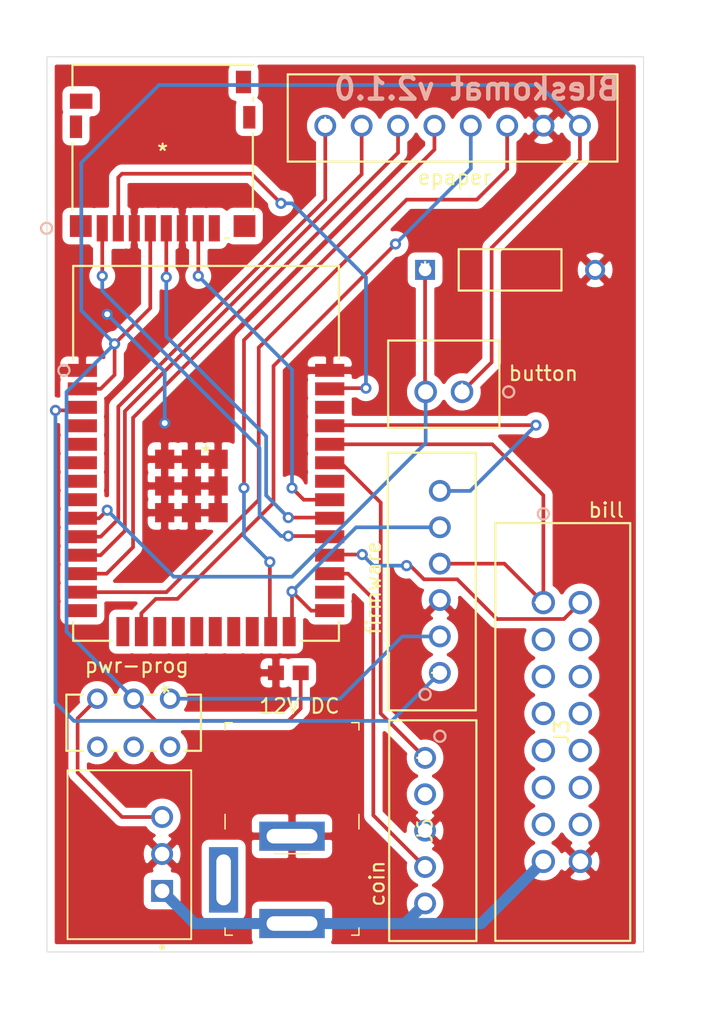
<source format=kicad_pcb>
(kicad_pcb (version 20171130) (host pcbnew 5.1.7-a382d34a8~88~ubuntu18.04.1)

  (general
    (thickness 1.6)
    (drawings 6)
    (tracks 198)
    (zones 0)
    (modules 12)
    (nets 24)
  )

  (page A4)
  (title_block
    (title bleskomat-test-assembly)
    (rev test)
  )

  (layers
    (0 F.Cu signal)
    (31 B.Cu signal)
    (32 B.Adhes user)
    (33 F.Adhes user)
    (34 B.Paste user)
    (35 F.Paste user)
    (36 B.SilkS user)
    (37 F.SilkS user)
    (38 B.Mask user)
    (39 F.Mask user)
    (40 Dwgs.User user)
    (41 Cmts.User user)
    (42 Eco1.User user)
    (43 Eco2.User user)
    (44 Edge.Cuts user)
    (45 Margin user)
    (46 B.CrtYd user)
    (47 F.CrtYd user)
    (48 B.Fab user)
    (49 F.Fab user)
  )

  (setup
    (last_trace_width 0.254)
    (user_trace_width 0.762)
    (trace_clearance 0.2)
    (zone_clearance 0.508)
    (zone_45_only no)
    (trace_min 0.1524)
    (via_size 0.762)
    (via_drill 0.4)
    (via_min_size 0.6858)
    (via_min_drill 0.3)
    (uvia_size 0.6858)
    (uvia_drill 0.1)
    (uvias_allowed no)
    (uvia_min_size 0.6858)
    (uvia_min_drill 0.1)
    (edge_width 0.05)
    (segment_width 0.2)
    (pcb_text_width 0.3)
    (pcb_text_size 1.5 1.5)
    (mod_edge_width 0.12)
    (mod_text_size 1 1)
    (mod_text_width 0.15)
    (pad_size 1.524 1.524)
    (pad_drill 0.762)
    (pad_to_mask_clearance 0.000051)
    (aux_axis_origin 100.076 134.874)
    (grid_origin 100.076 134.874)
    (visible_elements FFFFFF7F)
    (pcbplotparams
      (layerselection 0x010fc_ffffffff)
      (usegerberextensions false)
      (usegerberattributes true)
      (usegerberadvancedattributes true)
      (creategerberjobfile true)
      (excludeedgelayer true)
      (linewidth 0.100000)
      (plotframeref false)
      (viasonmask false)
      (mode 1)
      (useauxorigin false)
      (hpglpennumber 1)
      (hpglpenspeed 20)
      (hpglpendiameter 15.000000)
      (psnegative false)
      (psa4output false)
      (plotreference true)
      (plotvalue true)
      (plotinvisibletext false)
      (padsonsilk false)
      (subtractmaskfromsilk false)
      (outputformat 1)
      (mirror false)
      (drillshape 0)
      (scaleselection 1)
      (outputdirectory "/home/carlos/proyectos/samotari/bleskomat/bleskomat-device/pcb/versions/bleskomat-v2.1.0/position/"))
  )

  (net 0 "")
  (net 1 "Net-(J1-Pad1)")
  (net 2 "Net-(J1-Pad2)")
  (net 3 "Net-(J1-Pad4)")
  (net 4 "Net-(J1-Pad5)")
  (net 5 "Net-(J1-Pad6)")
  (net 6 "Net-(J2-Pad6)")
  (net 7 "Net-(J2-Pad5)")
  (net 8 "Net-(J2-Pad4)")
  (net 9 "Net-(J2-Pad3)")
  (net 10 "Net-(J2-Pad2)")
  (net 11 "Net-(J2-Pad1)")
  (net 12 "Net-(J3-Pad2)")
  (net 13 "Net-(J4-Pad2)")
  (net 14 "Net-(J5-Pad1)")
  (net 15 "Net-(J5-Pad2)")
  (net 16 "Net-(J5-Pad5)")
  (net 17 GND)
  (net 18 "Net-(D1-Pad2)")
  (net 19 "Net-(J3-Pad15)")
  (net 20 "Net-(J5-Pad7)")
  (net 21 "Net-(J6-Pad4)")
  (net 22 "Net-(J6-Pad1)")
  (net 23 "Net-(PS1-Pad3)")

  (net_class Default "This is the default net class."
    (clearance 0.2)
    (trace_width 0.254)
    (via_dia 0.762)
    (via_drill 0.4)
    (uvia_dia 0.6858)
    (uvia_drill 0.1)
    (add_net GND)
    (add_net "Net-(D1-Pad2)")
    (add_net "Net-(J1-Pad1)")
    (add_net "Net-(J1-Pad2)")
    (add_net "Net-(J1-Pad4)")
    (add_net "Net-(J1-Pad5)")
    (add_net "Net-(J1-Pad6)")
    (add_net "Net-(J2-Pad1)")
    (add_net "Net-(J2-Pad2)")
    (add_net "Net-(J2-Pad3)")
    (add_net "Net-(J2-Pad4)")
    (add_net "Net-(J2-Pad5)")
    (add_net "Net-(J2-Pad6)")
    (add_net "Net-(J3-Pad15)")
    (add_net "Net-(J3-Pad2)")
    (add_net "Net-(J4-Pad2)")
    (add_net "Net-(J5-Pad1)")
    (add_net "Net-(J5-Pad2)")
    (add_net "Net-(J5-Pad5)")
    (add_net "Net-(J5-Pad7)")
    (add_net "Net-(J6-Pad1)")
    (add_net "Net-(J6-Pad4)")
    (add_net "Net-(PS1-Pad3)")
  )

  (module bleskomat-footprints:Barrel_Jack_5.5mmODx2.1mmID_PJ-202A (layer F.Cu) (tedit 5CAD1432) (tstamp 6049891C)
    (at 116.84 130.048)
    (path /604716A4)
    (fp_text reference "12V DC" (at 0.508 -11.938) (layer F.SilkS)
      (effects (font (size 1 1) (thickness 0.15)))
    )
    (fp_text value 12V-SOCKET (at 0 5.8) (layer F.Fab) hide
      (effects (font (size 1 1) (thickness 0.15)))
    )
    (fp_line (start -5.9 4.2) (end 4.8 4.2) (layer F.CrtYd) (width 0.05))
    (fp_line (start 4.8 -11) (end 4.8 4.2) (layer F.CrtYd) (width 0.05))
    (fp_line (start -5.9 -11) (end -5.9 4.2) (layer F.CrtYd) (width 0.05))
    (fp_line (start -5.9 -11) (end 4.8 -11) (layer F.CrtYd) (width 0.05))
    (fp_line (start 4.6 -3.5) (end 4.6 -4.5) (layer F.SilkS) (width 0.1))
    (fp_line (start -4.6 -3.5) (end -4.6 -4.5) (layer F.SilkS) (width 0.1))
    (fp_line (start 4.6 -10.8) (end 4.6 -10.3) (layer F.SilkS) (width 0.1))
    (fp_line (start 4.6 -10.8) (end 4.1 -10.8) (layer F.SilkS) (width 0.1))
    (fp_line (start -4.6 -10.8) (end -4.1 -10.8) (layer F.SilkS) (width 0.1))
    (fp_line (start -4.6 -10.8) (end -4.6 -10.3) (layer F.SilkS) (width 0.1))
    (fp_line (start -1.2 -1.8) (end 1.2 -1.8) (layer F.SilkS) (width 0.1))
    (fp_line (start -4.6 3.8) (end -4.6 3.3) (layer F.SilkS) (width 0.1))
    (fp_line (start -4.6 3.8) (end -4.1 3.8) (layer F.SilkS) (width 0.1))
    (fp_line (start 4.6 3.8) (end 4.6 3.3) (layer F.SilkS) (width 0.1))
    (fp_line (start 4.6 3.8) (end 4.1 3.8) (layer F.SilkS) (width 0.1))
    (fp_line (start -4.5 -10.7) (end 4.5 -10.7) (layer F.Fab) (width 0.1))
    (fp_line (start 4.5 3.7) (end 4.5 -10.7) (layer F.Fab) (width 0.1))
    (fp_line (start -4.5 3.7) (end -4.5 -10.7) (layer F.Fab) (width 0.1))
    (fp_line (start -4.5 3.7) (end 4.5 3.7) (layer F.Fab) (width 0.1))
    (pad 2 thru_hole rect (at 0 -3) (size 4.5 2) (drill oval 3.5 1) (layers *.Cu *.Mask)
      (net 17 GND))
    (pad 1 thru_hole rect (at 0 3) (size 4.5 2) (drill oval 3.5 1) (layers *.Cu *.Mask)
      (net 19 "Net-(J3-Pad15)"))
    (pad 3 thru_hole rect (at -4.7 0) (size 2 4.5) (drill oval 1 3.5) (layers *.Cu *.Mask))
  )

  (module bleskomat-footprints:JS202011CQN (layer F.Cu) (tedit 6041155F) (tstamp 60495A3B)
    (at 108.458 117.602 270)
    (path /60483F0F)
    (fp_text reference U2 (at 1.524 11.43 90) (layer F.SilkS) hide
      (effects (font (size 1 1) (thickness 0.15)))
    )
    (fp_text value "switch power JS202011CQN" (at -5.08 -2.032 90) (layer F.SilkS) hide
      (effects (font (size 1 1) (thickness 0.15)))
    )
    (fp_line (start 4.252501 7.2498) (end -0.9525 7.2498) (layer F.CrtYd) (width 0.1524))
    (fp_line (start 4.252501 -2.2498) (end 4.252501 7.2498) (layer F.CrtYd) (width 0.1524))
    (fp_line (start -0.9525 -2.2498) (end 4.252501 -2.2498) (layer F.CrtYd) (width 0.1524))
    (fp_line (start -0.9525 7.2498) (end -0.9525 -2.2498) (layer F.CrtYd) (width 0.1524))
    (fp_line (start 3.5804 -0.992387) (end 3.5804 -2.1228) (layer F.SilkS) (width 0.1524))
    (fp_line (start 3.5804 1.507613) (end 3.5804 0.992387) (layer F.SilkS) (width 0.1524))
    (fp_line (start 3.5804 4.007613) (end 3.5804 3.492387) (layer F.SilkS) (width 0.1524))
    (fp_line (start -0.2804 5.992387) (end -0.2804 7.1228) (layer F.SilkS) (width 0.1524))
    (fp_line (start -0.2804 3.492387) (end -0.2804 4.007613) (layer F.SilkS) (width 0.1524))
    (fp_line (start -0.2804 0.992387) (end -0.2804 1.507613) (layer F.SilkS) (width 0.1524))
    (fp_line (start -0.1534 -1.9958) (end -0.1534 6.9958) (layer F.Fab) (width 0.1524))
    (fp_line (start 3.4534 -1.9958) (end -0.1534 -1.9958) (layer F.Fab) (width 0.1524))
    (fp_line (start 3.4534 6.9958) (end 3.4534 -1.9958) (layer F.Fab) (width 0.1524))
    (fp_line (start -0.1534 6.9958) (end 3.4534 6.9958) (layer F.Fab) (width 0.1524))
    (fp_line (start -0.2804 -2.1228) (end -0.2804 -0.992387) (layer F.SilkS) (width 0.1524))
    (fp_line (start 3.5804 -2.1228) (end -0.2804 -2.1228) (layer F.SilkS) (width 0.1524))
    (fp_line (start 3.5804 7.1228) (end 3.5804 5.992387) (layer F.SilkS) (width 0.1524))
    (fp_line (start -0.2804 7.1228) (end 3.5804 7.1228) (layer F.SilkS) (width 0.1524))
    (fp_line (start 2.4247 3.2747) (end 0.8753 3.2747) (layer F.Fab) (width 0.1524))
    (fp_line (start 2.4247 1.7253) (end 2.4247 3.2747) (layer F.Fab) (width 0.1524))
    (fp_line (start 0.8753 1.7253) (end 2.4247 1.7253) (layer F.Fab) (width 0.1524))
    (fp_line (start 0.8753 3.2747) (end 0.8753 1.7253) (layer F.Fab) (width 0.1524))
    (fp_text user * (at -0.6614 0 90) (layer F.SilkS)
      (effects (font (size 1 1) (thickness 0.15)))
    )
    (fp_text user * (at 0.2276 0 90) (layer F.Fab)
      (effects (font (size 1 1) (thickness 0.15)))
    )
    (fp_text user 0.055in/1.397mm (at 0 9.4088 90) (layer Dwgs.User) hide
      (effects (font (size 1 1) (thickness 0.15)))
    )
    (fp_text user 0.13in/3.3mm (at 1.65 -4.4088 90) (layer Dwgs.User)
      (effects (font (size 1 1) (thickness 0.15)))
    )
    (fp_text user 0.098in/2.5mm (at -3.048 1.25 90) (layer Dwgs.User)
      (effects (font (size 1 1) (thickness 0.15)))
    )
    (fp_text user * (at 0.2276 0 90) (layer F.Fab)
      (effects (font (size 1 1) (thickness 0.15)))
    )
    (fp_text user * (at -0.6614 0 90) (layer F.SilkS)
      (effects (font (size 1 1) (thickness 0.15)))
    )
    (fp_text user "Copyright 2016 Accelerated Designs. All rights reserved." (at 0 0 90) (layer Cmts.User)
      (effects (font (size 0.127 0.127) (thickness 0.002)))
    )
    (pad 6 thru_hole circle (at 3.3 0 270) (size 1.397 1.397) (drill 0.889) (layers *.Cu *.Mask))
    (pad 5 thru_hole circle (at 3.3 2.5 270) (size 1.397 1.397) (drill 0.889) (layers *.Cu *.Mask))
    (pad 4 thru_hole circle (at 3.3 5 270) (size 1.397 1.397) (drill 0.889) (layers *.Cu *.Mask))
    (pad 3 thru_hole circle (at 0.000001 5 270) (size 1.397 1.397) (drill 0.889) (layers *.Cu *.Mask)
      (net 23 "Net-(PS1-Pad3)"))
    (pad 2 thru_hole circle (at 0.000001 2.5 270) (size 1.397 1.397) (drill 0.889) (layers *.Cu *.Mask)
      (net 18 "Net-(D1-Pad2)"))
    (pad 1 thru_hole circle (at 0.000001 0 270) (size 1.397 1.397) (drill 0.889) (layers *.Cu *.Mask)
      (net 2 "Net-(J1-Pad2)"))
  )

  (module "bleskomat-footprints:ESP32-WROOM-32 8MB" (layer F.Cu) (tedit 6041152E) (tstamp 60495A12)
    (at 110.931501 100.745001)
    (path /6046903A)
    (attr smd)
    (fp_text reference U1 (at 0.254 19.05) (layer F.SilkS) hide
      (effects (font (size 1 1) (thickness 0.15)))
    )
    (fp_text value ESP32-WROOM-32_8MB (at 0.320499 -10.067001) (layer F.SilkS) hide
      (effects (font (size 1 1) (thickness 0.15)))
    )
    (fp_circle (center -9.7663 -5.703697) (end -9.3853 -5.703697) (layer B.SilkS) (width 0.1524))
    (fp_circle (center -8.500001 -7.608697) (end -8.119001 -7.608697) (layer F.Fab) (width 0.1524))
    (fp_line (start 9.757301 -13.0048) (end -9.757301 -13.0048) (layer F.CrtYd) (width 0.1524))
    (fp_line (start 9.757301 13.504799) (end 9.757301 -13.0048) (layer F.CrtYd) (width 0.1524))
    (fp_line (start -9.757301 13.504799) (end 9.757301 13.504799) (layer F.CrtYd) (width 0.1524))
    (fp_line (start -9.757301 -13.0048) (end -9.757301 13.504799) (layer F.CrtYd) (width 0.1524))
    (fp_line (start 6.49224 12.8778) (end 9.1313 12.8778) (layer F.SilkS) (width 0.1524))
    (fp_line (start 9.1313 -6.480937) (end 9.1313 -12.8778) (layer F.SilkS) (width 0.1524))
    (fp_line (start -9.1313 11.583543) (end -9.1313 12.8778) (layer F.SilkS) (width 0.1524))
    (fp_line (start -9.0043 -12.7508) (end -9.0043 12.7508) (layer F.Fab) (width 0.1524))
    (fp_line (start 9.0043 -12.7508) (end -9.0043 -12.7508) (layer F.Fab) (width 0.1524))
    (fp_line (start 9.0043 12.7508) (end 9.0043 -12.7508) (layer F.Fab) (width 0.1524))
    (fp_line (start -9.0043 12.7508) (end 9.0043 12.7508) (layer F.Fab) (width 0.1524))
    (fp_line (start -9.1313 -12.8778) (end -9.1313 -6.480937) (layer F.SilkS) (width 0.1524))
    (fp_line (start 9.1313 -12.8778) (end -9.1313 -12.8778) (layer F.SilkS) (width 0.1524))
    (fp_line (start 9.1313 12.8778) (end 9.1313 11.583543) (layer F.SilkS) (width 0.1524))
    (fp_line (start -9.1313 12.8778) (end -6.49224 12.8778) (layer F.SilkS) (width 0.1524))
    (fp_arc (start -9.7663 -5.703697) (end -9.7663 -6.084697) (angle 98.960007) (layer F.SilkS) (width 0.1524))
    (fp_text user * (at 0 0) (layer F.Fab)
      (effects (font (size 1 1) (thickness 0.15)))
    )
    (fp_text user * (at 0 0) (layer F.SilkS)
      (effects (font (size 1 1) (thickness 0.15)))
    )
    (fp_text user "Copyright 2016 Accelerated Designs. All rights reserved." (at 0 0) (layer Cmts.User)
      (effects (font (size 0.127 0.127) (thickness 0.002)))
    )
    (pad 47 smd rect (at 0.83071 4.07528) (size 1.3208 1.3208) (layers F.Cu F.Paste F.Mask)
      (net 17 GND))
    (pad 46 smd rect (at -1.004291 4.07528) (size 1.3208 1.3208) (layers F.Cu F.Paste F.Mask)
      (net 17 GND))
    (pad 45 smd rect (at -2.839291 4.07528) (size 1.3208 1.3208) (layers F.Cu F.Paste F.Mask)
      (net 17 GND))
    (pad 41 smd rect (at 0.83071 0.40528) (size 1.3208 1.3208) (layers F.Cu F.Paste F.Mask)
      (net 17 GND))
    (pad 40 smd rect (at -1.004291 0.40528) (size 1.3208 1.3208) (layers F.Cu F.Paste F.Mask)
      (net 17 GND))
    (pad 39 smd rect (at -2.839291 0.40528) (size 1.3208 1.3208) (layers F.Cu F.Paste F.Mask)
      (net 17 GND))
    (pad 44 smd rect (at 0.83071 2.24028) (size 1.3208 1.3208) (layers F.Cu F.Paste F.Mask)
      (net 17 GND))
    (pad 43 smd rect (at -1.004291 2.24028) (size 1.3208 1.3208) (layers F.Cu F.Paste F.Mask)
      (net 17 GND))
    (pad 42 smd rect (at -2.839291 2.24028) (size 1.3208 1.3208) (layers F.Cu F.Paste F.Mask)
      (net 17 GND))
    (pad 24 smd rect (at 5.715 12.247499) (size 0.889 2.0066) (layers F.Cu F.Paste F.Mask)
      (net 4 "Net-(J1-Pad5)"))
    (pad 23 smd rect (at 4.445 12.247499) (size 0.889 2.0066) (layers F.Cu F.Paste F.Mask)
      (net 8 "Net-(J2-Pad4)"))
    (pad 22 smd rect (at 3.175 12.247499) (size 0.889 2.0066) (layers F.Cu F.Paste F.Mask))
    (pad 21 smd rect (at 1.905 12.247499) (size 0.889 2.0066) (layers F.Cu F.Paste F.Mask))
    (pad 20 smd rect (at 0.635 12.247499) (size 0.889 2.0066) (layers F.Cu F.Paste F.Mask))
    (pad 19 smd rect (at -0.635 12.247499) (size 0.889 2.0066) (layers F.Cu F.Paste F.Mask))
    (pad 18 smd rect (at -1.905 12.247499) (size 0.889 2.0066) (layers F.Cu F.Paste F.Mask))
    (pad 17 smd rect (at -3.175 12.247499) (size 0.889 2.0066) (layers F.Cu F.Paste F.Mask))
    (pad 16 smd rect (at -4.445 12.247499) (size 0.889 2.0066) (layers F.Cu F.Paste F.Mask)
      (net 7 "Net-(J2-Pad5)"))
    (pad 15 smd rect (at -5.715 12.247499) (size 0.889 2.0066) (layers F.Cu F.Paste F.Mask))
    (pad 25 smd rect (at 8.500001 10.806303) (size 2.0066 0.889) (layers F.Cu F.Paste F.Mask)
      (net 4 "Net-(J1-Pad5)"))
    (pad 26 smd rect (at 8.500001 9.536303) (size 2.0066 0.889) (layers F.Cu F.Paste F.Mask))
    (pad 27 smd rect (at 8.500001 8.266303) (size 2.0066 0.889) (layers F.Cu F.Paste F.Mask)
      (net 21 "Net-(J6-Pad4)"))
    (pad 28 smd rect (at 8.500001 6.996303) (size 2.0066 0.889) (layers F.Cu F.Paste F.Mask)
      (net 12 "Net-(J3-Pad2)"))
    (pad 29 smd rect (at 8.500001 5.726303) (size 2.0066 0.889) (layers F.Cu F.Paste F.Mask)
      (net 14 "Net-(J5-Pad1)"))
    (pad 30 smd rect (at 8.500001 4.456303) (size 2.0066 0.889) (layers F.Cu F.Paste F.Mask)
      (net 16 "Net-(J5-Pad5)"))
    (pad 31 smd rect (at 8.500001 3.186303) (size 2.0066 0.889) (layers F.Cu F.Paste F.Mask)
      (net 20 "Net-(J5-Pad7)"))
    (pad 32 smd rect (at 8.500001 1.916303) (size 2.0066 0.889) (layers F.Cu F.Paste F.Mask))
    (pad 33 smd rect (at 8.500001 0.646303) (size 2.0066 0.889) (layers F.Cu F.Paste F.Mask)
      (net 22 "Net-(J6-Pad1)"))
    (pad 34 smd rect (at 8.500001 -0.623697) (size 2.0066 0.889) (layers F.Cu F.Paste F.Mask)
      (net 3 "Net-(J1-Pad4)"))
    (pad 35 smd rect (at 8.500001 -1.893697) (size 2.0066 0.889) (layers F.Cu F.Paste F.Mask)
      (net 5 "Net-(J1-Pad6)"))
    (pad 36 smd rect (at 8.500001 -3.163697) (size 2.0066 0.889) (layers F.Cu F.Paste F.Mask))
    (pad 37 smd rect (at 8.500001 -4.433697) (size 2.0066 0.889) (layers F.Cu F.Paste F.Mask)
      (net 15 "Net-(J5-Pad2)"))
    (pad 38 smd rect (at 8.500001 -5.703697) (size 2.0066 0.889) (layers F.Cu F.Paste F.Mask)
      (net 17 GND))
    (pad 14 smd rect (at -8.500001 10.806303) (size 2.0066 0.889) (layers F.Cu F.Paste F.Mask))
    (pad 13 smd rect (at -8.500001 9.536303) (size 2.0066 0.889) (layers F.Cu F.Paste F.Mask)
      (net 6 "Net-(J2-Pad6)"))
    (pad 12 smd rect (at -8.500001 8.266303) (size 2.0066 0.889) (layers F.Cu F.Paste F.Mask)
      (net 9 "Net-(J2-Pad3)"))
    (pad 11 smd rect (at -8.500001 6.996303) (size 2.0066 0.889) (layers F.Cu F.Paste F.Mask)
      (net 10 "Net-(J2-Pad2)"))
    (pad 10 smd rect (at -8.500001 5.726303) (size 2.0066 0.889) (layers F.Cu F.Paste F.Mask)
      (net 11 "Net-(J2-Pad1)"))
    (pad 9 smd rect (at -8.500001 4.456303) (size 2.0066 0.889) (layers F.Cu F.Paste F.Mask)
      (net 13 "Net-(J4-Pad2)"))
    (pad 8 smd rect (at -8.500001 3.186303) (size 2.0066 0.889) (layers F.Cu F.Paste F.Mask))
    (pad 7 smd rect (at -8.500001 1.916303) (size 2.0066 0.889) (layers F.Cu F.Paste F.Mask))
    (pad 6 smd rect (at -8.500001 0.646303) (size 2.0066 0.889) (layers F.Cu F.Paste F.Mask))
    (pad 5 smd rect (at -8.500001 -0.623697) (size 2.0066 0.889) (layers F.Cu F.Paste F.Mask))
    (pad 4 smd rect (at -8.500001 -1.893697) (size 2.0066 0.889) (layers F.Cu F.Paste F.Mask))
    (pad 3 smd rect (at -8.500001 -3.163697) (size 2.0066 0.889) (layers F.Cu F.Paste F.Mask)
      (net 1 "Net-(J1-Pad1)"))
    (pad 2 smd rect (at -8.500001 -4.433697) (size 2.0066 0.889) (layers F.Cu F.Paste F.Mask)
      (net 18 "Net-(D1-Pad2)"))
    (pad 1 smd rect (at -8.500001 -5.703697) (size 2.0066 0.889) (layers F.Cu F.Paste F.Mask)
      (net 17 GND))
  )

  (module bleskomat-footprints:CFR-25JB-52-10K (layer F.Cu) (tedit 0) (tstamp 60496B7D)
    (at 125.984 88.138)
    (path /6047074F)
    (fp_text reference R1 (at 5.842 0) (layer F.SilkS) hide
      (effects (font (size 1 1) (thickness 0.15)))
    )
    (fp_text value "R 10K" (at 8.382 2.794) (layer F.SilkS) hide
      (effects (font (size 1 1) (thickness 0.15)))
    )
    (fp_line (start 0 0) (end 2.4384 0) (layer F.Fab) (width 0.1524))
    (fp_line (start 11.684 0) (end 9.2456 0) (layer F.Fab) (width 0.1524))
    (fp_line (start 2.4384 1.2954) (end 9.2456 1.2954) (layer F.Fab) (width 0.1524))
    (fp_line (start 9.2456 1.2954) (end 9.2456 -1.2954) (layer F.Fab) (width 0.1524))
    (fp_line (start 9.2456 -1.2954) (end 2.4384 -1.2954) (layer F.Fab) (width 0.1524))
    (fp_line (start 2.4384 -1.2954) (end 2.4384 1.2954) (layer F.Fab) (width 0.1524))
    (fp_line (start 2.3114 1.4224) (end 9.3726 1.4224) (layer F.SilkS) (width 0.1524))
    (fp_line (start 9.3726 1.4224) (end 9.3726 -1.4224) (layer F.SilkS) (width 0.1524))
    (fp_line (start 9.3726 -1.4224) (end 2.3114 -1.4224) (layer F.SilkS) (width 0.1524))
    (fp_line (start 2.3114 -1.4224) (end 2.3114 1.4224) (layer F.SilkS) (width 0.1524))
    (fp_line (start -0.9398 0.9398) (end -0.9398 -0.9398) (layer F.CrtYd) (width 0.1524))
    (fp_line (start -0.9398 -0.9398) (end 2.1844 -0.9398) (layer F.CrtYd) (width 0.1524))
    (fp_line (start 2.1844 -0.9398) (end 2.1844 -1.5494) (layer F.CrtYd) (width 0.1524))
    (fp_line (start 2.1844 -1.5494) (end 9.4996 -1.5494) (layer F.CrtYd) (width 0.1524))
    (fp_line (start 9.4996 -1.5494) (end 9.4996 -0.9398) (layer F.CrtYd) (width 0.1524))
    (fp_line (start 9.4996 -0.9398) (end 12.6238 -0.9398) (layer F.CrtYd) (width 0.1524))
    (fp_line (start 12.6238 -0.9398) (end 12.6238 0.9398) (layer F.CrtYd) (width 0.1524))
    (fp_line (start 12.6238 0.9398) (end 9.4996 0.9398) (layer F.CrtYd) (width 0.1524))
    (fp_line (start 9.4996 0.9398) (end 9.4996 1.5494) (layer F.CrtYd) (width 0.1524))
    (fp_line (start 9.4996 1.5494) (end 2.1844 1.5494) (layer F.CrtYd) (width 0.1524))
    (fp_line (start 2.1844 1.5494) (end 2.1844 0.9398) (layer F.CrtYd) (width 0.1524))
    (fp_line (start 2.1844 0.9398) (end -0.9398 0.9398) (layer F.CrtYd) (width 0.1524))
    (fp_text user * (at 0 0) (layer F.Fab)
      (effects (font (size 1 1) (thickness 0.15)))
    )
    (fp_text user * (at 0 0) (layer F.SilkS)
      (effects (font (size 1 1) (thickness 0.15)))
    )
    (fp_text user "Copyright 2016 Accelerated Designs. All rights reserved." (at 0 0) (layer Cmts.User)
      (effects (font (size 0.127 0.127) (thickness 0.002)))
    )
    (pad 2 thru_hole circle (at 11.684 0) (size 1.3716 1.3716) (drill 0.8636) (layers *.Cu *.Mask)
      (net 17 GND))
    (pad 1 thru_hole rect (at 0 0) (size 1.3716 1.3716) (drill 0.8636) (layers *.Cu *.Mask)
      (net 13 "Net-(J4-Pad2)"))
  )

  (module bleskomat-footprints:CONV_R-78E3.3-1.0 (layer F.Cu) (tedit 604640CC) (tstamp 604959AB)
    (at 105.664 128.27 90)
    (path /60470DE0)
    (fp_text reference PS1 (at -2.54 -5.715 90) (layer F.SilkS) hide
      (effects (font (size 1 1) (thickness 0.015)))
    )
    (fp_text value step-down-R-78E3.3-1.0 (at 5.08 5.715 90) (layer F.Fab)
      (effects (font (size 1 1) (thickness 0.015)))
    )
    (fp_circle (center -6.4 2.25) (end -6.3 2.25) (layer F.SilkS) (width 0.2))
    (fp_circle (center -6.4 2.25) (end -6.3 2.25) (layer F.Fab) (width 0.2))
    (fp_line (start -5.85 -4.25) (end -5.85 4.25) (layer F.Fab) (width 0.127))
    (fp_line (start -5.85 4.25) (end 5.75 4.25) (layer F.Fab) (width 0.127))
    (fp_line (start 5.75 4.25) (end 5.75 -4.25) (layer F.Fab) (width 0.127))
    (fp_line (start 5.75 -4.25) (end -5.85 -4.25) (layer F.Fab) (width 0.127))
    (fp_line (start -5.85 -4.25) (end -5.85 4.25) (layer F.SilkS) (width 0.127))
    (fp_line (start -5.85 4.25) (end 5.75 4.25) (layer F.SilkS) (width 0.127))
    (fp_line (start 5.75 4.25) (end 5.75 -4.25) (layer F.SilkS) (width 0.127))
    (fp_line (start 5.75 -4.25) (end -5.85 -4.25) (layer F.SilkS) (width 0.127))
    (fp_line (start -6.1 -4.5) (end -6.1 4.5) (layer F.CrtYd) (width 0.05))
    (fp_line (start -6.1 4.5) (end 6 4.5) (layer F.CrtYd) (width 0.05))
    (fp_line (start 6 4.5) (end 6 -4.5) (layer F.CrtYd) (width 0.05))
    (fp_line (start 6 -4.5) (end -6.1 -4.5) (layer F.CrtYd) (width 0.05))
    (pad 3 thru_hole circle (at 2.54 2.25 90) (size 1.508 1.508) (drill 1) (layers *.Cu *.Mask)
      (net 23 "Net-(PS1-Pad3)"))
    (pad 2 thru_hole circle (at 0 2.25 90) (size 1.508 1.508) (drill 1) (layers *.Cu *.Mask)
      (net 17 GND))
    (pad 1 thru_hole rect (at -2.54 2.25 90) (size 1.508 1.508) (drill 1) (layers *.Cu *.Mask)
      (net 19 "Net-(J3-Pad15)"))
  )

  (module "bleskomat-footprints:B5B-XH-A LFSN" (layer F.Cu) (tedit 0) (tstamp 604967C8)
    (at 125.984 121.666 270)
    (path /6046C33A)
    (fp_text reference J6 (at 5.000244 0 90) (layer F.SilkS)
      (effects (font (size 1 1) (thickness 0.15)))
    )
    (fp_text value coin (at 8.636 3.302 90) (layer F.SilkS)
      (effects (font (size 1 1) (thickness 0.15)))
    )
    (fp_line (start -2.581656 2.467399) (end 12.582144 2.467399) (layer F.SilkS) (width 0.1524))
    (fp_line (start 12.582144 2.467399) (end 12.582144 -3.527001) (layer F.SilkS) (width 0.1524))
    (fp_line (start 12.582144 -3.527001) (end -2.581656 -3.527001) (layer F.SilkS) (width 0.1524))
    (fp_line (start -2.581656 -3.527001) (end -2.581656 2.467399) (layer F.SilkS) (width 0.1524))
    (fp_line (start -2.454656 2.340399) (end 12.455144 2.340399) (layer F.Fab) (width 0.1524))
    (fp_line (start 12.455144 2.340399) (end 12.455144 -3.400001) (layer F.Fab) (width 0.1524))
    (fp_line (start 12.455144 -3.400001) (end -2.454656 -3.400001) (layer F.Fab) (width 0.1524))
    (fp_line (start -2.454656 -3.400001) (end -2.454656 2.340399) (layer F.Fab) (width 0.1524))
    (fp_line (start -2.708656 -3.654001) (end -2.708656 2.594399) (layer F.CrtYd) (width 0.1524))
    (fp_line (start -2.708656 2.594399) (end 12.709144 2.594399) (layer F.CrtYd) (width 0.1524))
    (fp_line (start 12.709144 2.594399) (end 12.709144 -3.654001) (layer F.CrtYd) (width 0.1524))
    (fp_line (start 12.709144 -3.654001) (end -2.708656 -3.654001) (layer F.CrtYd) (width 0.1524))
    (fp_circle (center -4.359656 0) (end -3.978656 0) (layer F.SilkS) (width 0.1524))
    (fp_circle (center -4.359656 0) (end -3.978656 0) (layer B.SilkS) (width 0.1524))
    (fp_circle (center 0 1.905) (end 0.381 1.905) (layer F.Fab) (width 0.1524))
    (fp_text user * (at 0 0 90) (layer F.Fab)
      (effects (font (size 1 1) (thickness 0.15)))
    )
    (fp_text user * (at 0 0 90) (layer F.SilkS)
      (effects (font (size 1 1) (thickness 0.15)))
    )
    (fp_text user "Copyright 2016 Accelerated Designs. All rights reserved." (at 0 0 90) (layer Cmts.User)
      (effects (font (size 0.127 0.127) (thickness 0.002)))
    )
    (pad 5 thru_hole circle (at 10.000488 0 270) (size 1.4986 1.4986) (drill 0.9906) (layers *.Cu *.Mask)
      (net 19 "Net-(J3-Pad15)"))
    (pad 4 thru_hole circle (at 7.500366 0 270) (size 1.4986 1.4986) (drill 0.9906) (layers *.Cu *.Mask)
      (net 21 "Net-(J6-Pad4)"))
    (pad 3 thru_hole circle (at 5.000244 0 270) (size 1.4986 1.4986) (drill 0.9906) (layers *.Cu *.Mask)
      (net 17 GND))
    (pad 2 thru_hole circle (at 2.500122 0 270) (size 1.4986 1.4986) (drill 0.9906) (layers *.Cu *.Mask))
    (pad 1 thru_hole circle (at 0 0 270) (size 1.4986 1.4986) (drill 0.9906) (layers *.Cu *.Mask)
      (net 22 "Net-(J6-Pad1)"))
  )

  (module bleskomat-footprints:DM3D-SF (layer F.Cu) (tedit 0) (tstamp 60495961)
    (at 107.95 80.01)
    (path /60478507)
    (attr smd)
    (fp_text reference J5 (at 0 5.270701) (layer F.SilkS) hide
      (effects (font (size 1 1) (thickness 0.15)))
    )
    (fp_text value SD_CARD (at 0 -1.27) (layer F.SilkS) hide
      (effects (font (size 1 1) (thickness 0.15)))
    )
    (fp_line (start 4.264452 5.9563) (end 4.555 5.9563) (layer F.SilkS) (width 0.1524))
    (fp_line (start 6.1976 4.036261) (end 6.1976 -1.248859) (layer F.SilkS) (width 0.1524))
    (fp_line (start 6.1976 -5.9563) (end -6.1976 -5.9563) (layer F.SilkS) (width 0.1524))
    (fp_line (start -6.1976 -5.9563) (end -6.1976 -4.31374) (layer F.SilkS) (width 0.1524))
    (fp_line (start -6.0706 5.8293) (end 6.0706 5.8293) (layer F.Fab) (width 0.1524))
    (fp_line (start 6.0706 5.8293) (end 6.0706 -5.8293) (layer F.Fab) (width 0.1524))
    (fp_line (start 6.0706 -5.8293) (end -6.0706 -5.8293) (layer F.Fab) (width 0.1524))
    (fp_line (start -6.0706 -5.8293) (end -6.0706 5.8293) (layer F.Fab) (width 0.1524))
    (fp_line (start -6.1976 -0.598858) (end -6.1976 4.036261) (layer F.SilkS) (width 0.1524))
    (fp_line (start 6.1976 -3.463739) (end 6.1976 -3.69727) (layer F.SilkS) (width 0.1524))
    (fp_line (start -6.6283 -6.0833) (end -6.6283 6.426401) (layer F.CrtYd) (width 0.1524))
    (fp_line (start -6.6283 6.426401) (end 6.628384 6.426401) (layer F.CrtYd) (width 0.1524))
    (fp_line (start 6.628384 6.426401) (end 6.628384 -6.0833) (layer F.CrtYd) (width 0.1524))
    (fp_line (start 6.628384 -6.0833) (end -6.6283 -6.0833) (layer F.CrtYd) (width 0.1524))
    (fp_circle (center -4.149288 3.365701) (end -3.768288 3.365701) (layer F.Fab) (width 0.1524))
    (fp_circle (center -7.9756 5.270701) (end -7.5946 5.270701) (layer F.SilkS) (width 0.1524))
    (fp_circle (center -7.9756 5.270701) (end -7.5946 5.270701) (layer B.SilkS) (width 0.1524))
    (fp_text user * (at 0 0) (layer F.Fab)
      (effects (font (size 1 1) (thickness 0.15)))
    )
    (fp_text user * (at 0 0) (layer F.SilkS)
      (effects (font (size 1 1) (thickness 0.15)))
    )
    (fp_text user "Copyright 2016 Accelerated Designs. All rights reserved." (at 0 0) (layer Cmts.User)
      (effects (font (size 0.127 0.127) (thickness 0.002)))
    )
    (pad 14 smd rect (at 5.554294 -4.781298) (size 1.0414 1.5494) (layers F.Cu F.Paste F.Mask))
    (pad 13 smd rect (at -5.599684 -3.4603) (size 1.5494 1.0414) (layers F.Cu F.Paste F.Mask))
    (pad 12 smd rect (at 5.955208 -2.356299 90) (size 1.5494 0.8382) (layers F.Cu F.Paste F.Mask))
    (pad 11 smd rect (at -5.955208 -1.706298 90) (size 1.5494 0.8382) (layers F.Cu F.Paste F.Mask))
    (pad 10 smd rect (at 5.625 5.118301 90) (size 1.4986 1.4986) (layers F.Cu F.Paste F.Mask))
    (pad 9 smd rect (at -5.625 5.118301 90) (size 1.4986 1.4986) (layers F.Cu F.Paste F.Mask))
    (pad 8 smd rect (at 3.550712 5.270701) (size 0.762 1.8034) (layers F.Cu F.Paste F.Mask))
    (pad 7 smd rect (at 2.450711 5.270701) (size 0.762 1.8034) (layers F.Cu F.Paste F.Mask)
      (net 20 "Net-(J5-Pad7)"))
    (pad 6 smd rect (at 1.350711 5.270701) (size 0.762 1.8034) (layers F.Cu F.Paste F.Mask)
      (net 17 GND))
    (pad 5 smd rect (at 0.250711 5.270701) (size 0.762 1.8034) (layers F.Cu F.Paste F.Mask)
      (net 16 "Net-(J5-Pad5)"))
    (pad 4 smd rect (at -0.849287 5.270701) (size 0.762 1.8034) (layers F.Cu F.Paste F.Mask)
      (net 18 "Net-(D1-Pad2)"))
    (pad 3 smd rect (at -1.949287 5.270701) (size 0.762 1.8034) (layers F.Cu F.Paste F.Mask)
      (net 17 GND))
    (pad 2 smd rect (at -3.049288 5.270701) (size 0.762 1.8034) (layers F.Cu F.Paste F.Mask)
      (net 15 "Net-(J5-Pad2)"))
    (pad 1 smd rect (at -4.149288 5.270701) (size 0.762 1.8034) (layers F.Cu F.Paste F.Mask)
      (net 14 "Net-(J5-Pad1)"))
  )

  (module bleskomat-footprints:B2B-XH-ALFSN (layer F.Cu) (tedit 0) (tstamp 6049593B)
    (at 128.524 96.52)
    (path /6046BB44)
    (fp_text reference J4 (at -1.254394 0) (layer F.SilkS) hide
      (effects (font (size 1 1) (thickness 0.15)))
    )
    (fp_text value button (at 5.588 -1.27) (layer F.SilkS)
      (effects (font (size 1 1) (thickness 0.15)))
    )
    (fp_line (start -5.077094 2.467399) (end 2.568306 2.467399) (layer F.SilkS) (width 0.1524))
    (fp_line (start 2.568306 2.467399) (end 2.568306 -3.527001) (layer F.SilkS) (width 0.1524))
    (fp_line (start 2.568306 -3.527001) (end -5.077094 -3.527001) (layer F.SilkS) (width 0.1524))
    (fp_line (start -5.077094 -3.527001) (end -5.077094 2.467399) (layer F.SilkS) (width 0.1524))
    (fp_line (start -4.950094 2.340399) (end 2.441306 2.340399) (layer F.Fab) (width 0.1524))
    (fp_line (start 2.441306 2.340399) (end 2.441306 -3.400001) (layer F.Fab) (width 0.1524))
    (fp_line (start 2.441306 -3.400001) (end -4.950094 -3.400001) (layer F.Fab) (width 0.1524))
    (fp_line (start -4.950094 -3.400001) (end -4.950094 2.340399) (layer F.Fab) (width 0.1524))
    (fp_line (start -5.204094 -3.654001) (end -5.204094 2.594399) (layer F.CrtYd) (width 0.1524))
    (fp_line (start -5.204094 2.594399) (end 2.695306 2.594399) (layer F.CrtYd) (width 0.1524))
    (fp_line (start 2.695306 2.594399) (end 2.695306 -3.654001) (layer F.CrtYd) (width 0.1524))
    (fp_line (start 2.695306 -3.654001) (end -5.204094 -3.654001) (layer F.CrtYd) (width 0.1524))
    (fp_circle (center 3.203306 0) (end 3.584306 0) (layer F.SilkS) (width 0.1524))
    (fp_circle (center 3.203306 0) (end 3.584306 0) (layer B.SilkS) (width 0.1524))
    (fp_circle (center 0 1.905) (end 0.381 1.905) (layer F.Fab) (width 0.1524))
    (fp_text user * (at 0 0) (layer F.Fab)
      (effects (font (size 1 1) (thickness 0.15)))
    )
    (fp_text user * (at 0 0) (layer F.SilkS)
      (effects (font (size 1 1) (thickness 0.15)))
    )
    (fp_text user "Copyright 2016 Accelerated Designs. All rights reserved." (at 0 0) (layer Cmts.User)
      (effects (font (size 0.127 0.127) (thickness 0.002)))
    )
    (pad 2 thru_hole circle (at -2.5 0) (size 1.5494 1.5494) (drill 1.0414) (layers *.Cu *.Mask)
      (net 13 "Net-(J4-Pad2)"))
    (pad 1 thru_hole circle (at 0 0) (size 1.5494 1.5494) (drill 1.0414) (layers *.Cu *.Mask)
      (net 18 "Net-(D1-Pad2)"))
  )

  (module bleskomat-footprints:30316-6002HB (layer F.Cu) (tedit 0) (tstamp 60495923)
    (at 134.112 110.998 270)
    (path /6046D485)
    (fp_text reference J3 (at 8.89 -1.27 90) (layer F.SilkS)
      (effects (font (size 1 1) (thickness 0.15)))
    )
    (fp_text value bill (at -6.35 -4.318 180) (layer F.SilkS)
      (effects (font (size 1 1) (thickness 0.15)))
    )
    (fp_line (start -5.461 3.302) (end 23.241 3.302) (layer F.SilkS) (width 0.1524))
    (fp_line (start 23.241 3.302) (end 23.241 -5.969) (layer F.SilkS) (width 0.1524))
    (fp_line (start 23.241 -5.969) (end -5.461 -5.969) (layer F.SilkS) (width 0.1524))
    (fp_line (start -5.461 -5.969) (end -5.461 3.302) (layer F.SilkS) (width 0.1524))
    (fp_line (start -5.334 3.175) (end 23.114 3.175) (layer F.Fab) (width 0.1524))
    (fp_line (start 23.114 3.175) (end 23.114 -5.842) (layer F.Fab) (width 0.1524))
    (fp_line (start 23.114 -5.842) (end -5.334 -5.842) (layer F.Fab) (width 0.1524))
    (fp_line (start -5.334 -5.842) (end -5.334 3.175) (layer F.Fab) (width 0.1524))
    (fp_line (start -5.588 -6.096) (end -5.588 3.429) (layer F.CrtYd) (width 0.1524))
    (fp_line (start -5.588 3.429) (end 23.368 3.429) (layer F.CrtYd) (width 0.1524))
    (fp_line (start 23.368 3.429) (end 23.368 -6.096) (layer F.CrtYd) (width 0.1524))
    (fp_line (start 23.368 -6.096) (end -5.588 -6.096) (layer F.CrtYd) (width 0.1524))
    (fp_circle (center -6.096 0) (end -5.715 0) (layer F.SilkS) (width 0.1524))
    (fp_circle (center -6.096 0) (end -5.715 0) (layer B.SilkS) (width 0.1524))
    (fp_circle (center 0 1.905) (end 0.381 1.905) (layer F.Fab) (width 0.1524))
    (fp_text user * (at 0 0 90) (layer F.Fab)
      (effects (font (size 1 1) (thickness 0.15)))
    )
    (fp_text user * (at 0 0 90) (layer F.SilkS)
      (effects (font (size 1 1) (thickness 0.15)))
    )
    (fp_text user "Copyright 2016 Accelerated Designs. All rights reserved." (at 0 0 90) (layer Cmts.User)
      (effects (font (size 0.127 0.127) (thickness 0.002)))
    )
    (pad 16 thru_hole circle (at 17.78 -2.54 270) (size 1.6002 1.6002) (drill 1.0922) (layers *.Cu *.Mask)
      (net 17 GND))
    (pad 15 thru_hole circle (at 17.78 0 270) (size 1.6002 1.6002) (drill 1.0922) (layers *.Cu *.Mask)
      (net 19 "Net-(J3-Pad15)"))
    (pad 14 thru_hole circle (at 15.24 -2.54 270) (size 1.6002 1.6002) (drill 1.0922) (layers *.Cu *.Mask))
    (pad 13 thru_hole circle (at 15.24 0 270) (size 1.6002 1.6002) (drill 1.0922) (layers *.Cu *.Mask))
    (pad 12 thru_hole circle (at 12.7 -2.54 270) (size 1.6002 1.6002) (drill 1.0922) (layers *.Cu *.Mask))
    (pad 11 thru_hole circle (at 12.7 0 270) (size 1.6002 1.6002) (drill 1.0922) (layers *.Cu *.Mask))
    (pad 10 thru_hole circle (at 10.16 -2.54 270) (size 1.6002 1.6002) (drill 1.0922) (layers *.Cu *.Mask))
    (pad 9 thru_hole circle (at 10.16 0 270) (size 1.6002 1.6002) (drill 1.0922) (layers *.Cu *.Mask))
    (pad 8 thru_hole circle (at 7.62 -2.54 270) (size 1.6002 1.6002) (drill 1.0922) (layers *.Cu *.Mask))
    (pad 7 thru_hole circle (at 7.62 0 270) (size 1.6002 1.6002) (drill 1.0922) (layers *.Cu *.Mask))
    (pad 6 thru_hole circle (at 5.08 -2.54 270) (size 1.6002 1.6002) (drill 1.0922) (layers *.Cu *.Mask))
    (pad 5 thru_hole circle (at 5.08 0 270) (size 1.6002 1.6002) (drill 1.0922) (layers *.Cu *.Mask))
    (pad 4 thru_hole circle (at 2.54 -2.54 270) (size 1.6002 1.6002) (drill 1.0922) (layers *.Cu *.Mask))
    (pad 3 thru_hole circle (at 2.54 0 270) (size 1.6002 1.6002) (drill 1.0922) (layers *.Cu *.Mask))
    (pad 2 thru_hole circle (at 0 -2.54 270) (size 1.6002 1.6002) (drill 1.0922) (layers *.Cu *.Mask)
      (net 12 "Net-(J3-Pad2)"))
    (pad 1 thru_hole circle (at 0 0 270) (size 1.6002 1.6002) (drill 1.0922) (layers *.Cu *.Mask)
      (net 3 "Net-(J1-Pad4)"))
  )

  (module "bleskomat-footprints:B8B-XH-A LFSN" (layer F.Cu) (tedit 6029352D) (tstamp 6049636E)
    (at 119.126 78.232)
    (path /60469EA4)
    (fp_text reference J2 (at 4.826 4.572) (layer F.SilkS) hide
      (effects (font (size 1 1) (thickness 0.15)))
    )
    (fp_text value epaper (at 8.89 3.556) (layer F.SilkS)
      (effects (font (size 1 1) (thickness 0.15)))
    )
    (fp_line (start -2.5784 2.467399) (end 20.0784 2.467399) (layer F.SilkS) (width 0.1524))
    (fp_line (start 20.0784 2.467399) (end 20.0784 -3.527001) (layer F.SilkS) (width 0.1524))
    (fp_line (start 20.0784 -3.527001) (end -2.5784 -3.527001) (layer F.SilkS) (width 0.1524))
    (fp_line (start -2.5784 -3.527001) (end -2.5784 2.467399) (layer F.SilkS) (width 0.1524))
    (fp_line (start -2.4514 2.340399) (end 19.9514 2.340399) (layer F.Fab) (width 0.1524))
    (fp_line (start 19.9514 2.340399) (end 19.9514 -3.400001) (layer F.Fab) (width 0.1524))
    (fp_line (start 19.9514 -3.400001) (end -2.4514 -3.400001) (layer F.Fab) (width 0.1524))
    (fp_line (start -2.4514 -3.400001) (end -2.4514 2.340399) (layer F.Fab) (width 0.1524))
    (fp_line (start -2.7054 -3.654001) (end -2.7054 2.594399) (layer F.CrtYd) (width 0.1524))
    (fp_line (start -2.7054 2.594399) (end 20.2054 2.594399) (layer F.CrtYd) (width 0.1524))
    (fp_line (start 20.2054 2.594399) (end 20.2054 -3.654001) (layer F.CrtYd) (width 0.1524))
    (fp_line (start 20.2054 -3.654001) (end -2.7054 -3.654001) (layer F.CrtYd) (width 0.1524))
    (fp_circle (center 0 -1.905) (end 0.381 -1.905) (layer F.Fab) (width 0.1524))
    (fp_text user * (at 0 0) (layer F.Fab)
      (effects (font (size 1 1) (thickness 0.15)))
    )
    (fp_text user * (at 0 0) (layer F.SilkS)
      (effects (font (size 1 1) (thickness 0.15)))
    )
    (fp_text user "Copyright 2016 Accelerated Designs. All rights reserved." (at 0 0) (layer Cmts.User)
      (effects (font (size 0.127 0.127) (thickness 0.002)))
    )
    (pad 8 thru_hole circle (at 17.5 0) (size 1.4986 1.4986) (drill 0.9906) (layers *.Cu *.Mask)
      (net 18 "Net-(D1-Pad2)"))
    (pad 7 thru_hole circle (at 15 0) (size 1.4986 1.4986) (drill 0.9906) (layers *.Cu *.Mask)
      (net 17 GND))
    (pad 6 thru_hole circle (at 12.5 0) (size 1.4986 1.4986) (drill 0.9906) (layers *.Cu *.Mask)
      (net 6 "Net-(J2-Pad6)"))
    (pad 5 thru_hole circle (at 10 0) (size 1.4986 1.4986) (drill 0.9906) (layers *.Cu *.Mask)
      (net 7 "Net-(J2-Pad5)"))
    (pad 4 thru_hole circle (at 7.5 0) (size 1.4986 1.4986) (drill 0.9906) (layers *.Cu *.Mask)
      (net 8 "Net-(J2-Pad4)"))
    (pad 3 thru_hole circle (at 5 0) (size 1.4986 1.4986) (drill 0.9906) (layers *.Cu *.Mask)
      (net 9 "Net-(J2-Pad3)"))
    (pad 2 thru_hole circle (at 2.5 0) (size 1.4986 1.4986) (drill 0.9906) (layers *.Cu *.Mask)
      (net 10 "Net-(J2-Pad2)"))
    (pad 1 thru_hole circle (at 0 0) (size 1.4986 1.4986) (drill 0.9906) (layers *.Cu *.Mask)
      (net 11 "Net-(J2-Pad1)"))
  )

  (module bleskomat-footprints:B6B-XH-ALFSN (layer F.Cu) (tedit 6046533D) (tstamp 604958E1)
    (at 127 115.824 90)
    (path /60585444)
    (fp_text reference J1 (at 5.842 -5.08 90) (layer F.SilkS) hide
      (effects (font (size 1 1) (thickness 0.15)))
    )
    (fp_text value firmware (at 5.842 -4.572 90) (layer F.SilkS)
      (effects (font (size 1 1) (thickness 0.15)))
    )
    (fp_circle (center 0 1.905) (end 0.381 1.905) (layer F.Fab) (width 0.1524))
    (fp_circle (center -4.354901 0) (end -3.973901 0) (layer B.SilkS) (width 0.1524))
    (fp_circle (center -4.354901 0) (end -3.973901 0) (layer F.SilkS) (width 0.1524))
    (fp_line (start 15.253899 -3.704001) (end -2.703901 -3.704001) (layer F.CrtYd) (width 0.1524))
    (fp_line (start 15.253899 2.595199) (end 15.253899 -3.704001) (layer F.CrtYd) (width 0.1524))
    (fp_line (start -2.703901 2.595199) (end 15.253899 2.595199) (layer F.CrtYd) (width 0.1524))
    (fp_line (start -2.703901 -3.704001) (end -2.703901 2.595199) (layer F.CrtYd) (width 0.1524))
    (fp_line (start -2.449901 -3.450001) (end -2.449901 2.341199) (layer F.Fab) (width 0.1524))
    (fp_line (start 14.999899 -3.450001) (end -2.449901 -3.450001) (layer F.Fab) (width 0.1524))
    (fp_line (start 14.999899 2.341199) (end 14.999899 -3.450001) (layer F.Fab) (width 0.1524))
    (fp_line (start -2.449901 2.341199) (end 14.999899 2.341199) (layer F.Fab) (width 0.1524))
    (fp_line (start -2.576901 -3.577001) (end -2.576901 2.468199) (layer F.SilkS) (width 0.1524))
    (fp_line (start 15.126899 -3.577001) (end -2.576901 -3.577001) (layer F.SilkS) (width 0.1524))
    (fp_line (start 15.126899 2.468199) (end 15.126899 -3.577001) (layer F.SilkS) (width 0.1524))
    (fp_line (start -2.576901 2.468199) (end 15.126899 2.468199) (layer F.SilkS) (width 0.1524))
    (fp_text user * (at 0 0 90) (layer F.Fab)
      (effects (font (size 1 1) (thickness 0.15)))
    )
    (fp_text user * (at 0 0 90) (layer F.SilkS)
      (effects (font (size 1 1) (thickness 0.15)))
    )
    (fp_text user "Copyright 2016 Accelerated Designs. All rights reserved." (at 0 0 90) (layer Cmts.User)
      (effects (font (size 0.127 0.127) (thickness 0.002)))
    )
    (pad 6 thru_hole circle (at 12.499998 0 90) (size 1.4986 1.4986) (drill 0.9906) (layers *.Cu *.Mask)
      (net 5 "Net-(J1-Pad6)"))
    (pad 5 thru_hole circle (at 10 0 90) (size 1.4986 1.4986) (drill 0.9906) (layers *.Cu *.Mask)
      (net 4 "Net-(J1-Pad5)"))
    (pad 4 thru_hole circle (at 7.5 0 90) (size 1.4986 1.4986) (drill 0.9906) (layers *.Cu *.Mask)
      (net 3 "Net-(J1-Pad4)"))
    (pad 3 thru_hole circle (at 5 0 90) (size 1.4986 1.4986) (drill 0.9906) (layers *.Cu *.Mask)
      (net 17 GND))
    (pad 2 thru_hole circle (at 2.5 0 90) (size 1.4986 1.4986) (drill 0.9906) (layers *.Cu *.Mask)
      (net 2 "Net-(J1-Pad2)"))
    (pad 1 thru_hole circle (at 0 0 90) (size 1.4986 1.4986) (drill 0.9906) (layers *.Cu *.Mask)
      (net 1 "Net-(J1-Pad1)"))
  )

  (module bleskomat-footprints:0603 (layer F.Cu) (tedit 60464C1F) (tstamp 604958C5)
    (at 116.586 115.824)
    (path /604863CA)
    (attr smd)
    (fp_text reference D1 (at 2.546782 -1.273388) (layer F.SilkS) hide
      (effects (font (size 1.002669 1.002669) (thickness 0.015)))
    )
    (fp_text value LED-LTST-C194TBKT (at 1.908314 1.272215) (layer F.Fab)
      (effects (font (size 1.00174 1.00174) (thickness 0.015)))
    )
    (fp_line (start -0.356 -0.432) (end 0.356 -0.432) (layer F.Fab) (width 0.1016))
    (fp_line (start -0.356 0.419) (end 0.356 0.419) (layer F.Fab) (width 0.1016))
    (fp_poly (pts (xy -0.840923 -0.4801) (xy -0.3381 -0.4801) (xy -0.3381 0.471427) (xy -0.840923 0.471427)) (layer F.Fab) (width 0.01))
    (fp_poly (pts (xy 0.331257 -0.4801) (xy 0.8303 -0.4801) (xy 0.8303 0.471405) (xy 0.331257 0.471405)) (layer F.Fab) (width 0.01))
    (pad 2 smd rect (at 0.85 0) (size 1.1 1) (layers F.Cu F.Paste F.Mask)
      (net 18 "Net-(D1-Pad2)"))
    (pad 1 smd rect (at -0.85 0) (size 1.1 1) (layers F.Cu F.Paste F.Mask)
      (net 17 GND))
  )

  (gr_text "Bleskomat v2.1.0" (at 129.54 75.692) (layer B.SilkS)
    (effects (font (size 1.5 1.5) (thickness 0.3)) (justify mirror))
  )
  (gr_text pwr-prog (at 106.172 115.316) (layer F.SilkS)
    (effects (font (size 1 1) (thickness 0.15)))
  )
  (gr_line (start 100 73.5) (end 100 135) (layer Edge.Cuts) (width 0.05) (tstamp 604A34E9))
  (gr_line (start 141 73.5) (end 100 73.5) (layer Edge.Cuts) (width 0.05))
  (gr_line (start 141 135) (end 141 73.5) (layer Edge.Cuts) (width 0.05))
  (gr_line (start 100 135) (end 141 135) (layer Edge.Cuts) (width 0.05))

  (segment (start 127 115.824) (end 123.698 119.126) (width 0.254) (layer B.Cu) (net 1))
  (segment (start 123.698 119.126) (end 102.108 119.126) (width 0.254) (layer B.Cu) (net 1))
  (segment (start 101.854 119.126) (end 100.584 117.856) (width 0.254) (layer B.Cu) (net 1))
  (segment (start 102.108 119.126) (end 101.854 119.126) (width 0.254) (layer B.Cu) (net 1))
  (segment (start 100.584 117.856) (end 100.584 97.79) (width 0.254) (layer B.Cu) (net 1))
  (segment (start 100.584 97.79) (end 100.584 97.79) (width 0.254) (layer B.Cu) (net 1) (tstamp 604A3772))
  (via (at 100.584 97.79) (size 0.762) (drill 0.4) (layers F.Cu B.Cu) (net 1))
  (segment (start 102.222804 97.79) (end 102.4315 97.581304) (width 0.254) (layer F.Cu) (net 1))
  (segment (start 100.584 97.79) (end 102.222804 97.79) (width 0.254) (layer F.Cu) (net 1))
  (segment (start 127 113.324) (end 124.42 113.324) (width 0.254) (layer B.Cu) (net 2))
  (segment (start 120.141999 117.602001) (end 108.458 117.602001) (width 0.254) (layer B.Cu) (net 2))
  (segment (start 124.42 113.324) (end 120.141999 117.602001) (width 0.254) (layer B.Cu) (net 2))
  (segment (start 134.112 110.998) (end 134.112 103.632) (width 0.254) (layer F.Cu) (net 3))
  (segment (start 130.601304 100.121304) (end 119.431502 100.121304) (width 0.254) (layer F.Cu) (net 3))
  (segment (start 134.112 103.632) (end 130.601304 100.121304) (width 0.254) (layer F.Cu) (net 3))
  (segment (start 131.438 108.324) (end 134.112 110.998) (width 0.254) (layer F.Cu) (net 3))
  (segment (start 127 108.324) (end 131.438 108.324) (width 0.254) (layer F.Cu) (net 3))
  (segment (start 127 105.824) (end 122.014 105.824) (width 0.254) (layer B.Cu) (net 4))
  (segment (start 122.014 105.824) (end 121.252 105.824) (width 0.254) (layer B.Cu) (net 4))
  (segment (start 121.252 105.824) (end 116.84 110.236) (width 0.254) (layer B.Cu) (net 4))
  (segment (start 116.84 110.236) (end 116.84 110.236) (width 0.254) (layer B.Cu) (net 4) (tstamp 604A3971))
  (via (at 116.84 110.236) (size 0.762) (drill 0.4) (layers F.Cu B.Cu) (net 4))
  (segment (start 116.84 112.799001) (end 116.646501 112.9925) (width 0.254) (layer F.Cu) (net 4))
  (segment (start 116.84 110.236) (end 116.84 112.799001) (width 0.254) (layer F.Cu) (net 4))
  (segment (start 118.155304 111.551304) (end 119.431502 111.551304) (width 0.254) (layer F.Cu) (net 4))
  (segment (start 116.84 110.236) (end 118.155304 111.551304) (width 0.254) (layer F.Cu) (net 4))
  (segment (start 127 103.324002) (end 129.085998 103.324002) (width 0.254) (layer B.Cu) (net 5))
  (segment (start 129.085998 103.324002) (end 133.604 98.806) (width 0.254) (layer B.Cu) (net 5))
  (segment (start 133.604 98.806) (end 133.604 98.806) (width 0.254) (layer B.Cu) (net 5) (tstamp 6049D703))
  (via (at 133.604 98.806) (size 0.762) (drill 0.4) (layers F.Cu B.Cu) (net 5))
  (segment (start 119.476806 98.806) (end 119.431502 98.851304) (width 0.254) (layer F.Cu) (net 5))
  (segment (start 133.604 98.806) (end 119.476806 98.806) (width 0.254) (layer F.Cu) (net 5))
  (segment (start 131.626 81.226) (end 131.626 78.232) (width 0.254) (layer F.Cu) (net 6))
  (segment (start 108.21059 110.281304) (end 114.554 103.937894) (width 0.254) (layer F.Cu) (net 6))
  (segment (start 124.714 83.312) (end 129.54 83.312) (width 0.254) (layer F.Cu) (net 6))
  (segment (start 102.4315 110.281304) (end 108.21059 110.281304) (width 0.254) (layer F.Cu) (net 6))
  (segment (start 114.554 103.937894) (end 114.554 93.472) (width 0.254) (layer F.Cu) (net 6))
  (segment (start 114.554 93.472) (end 124.714 83.312) (width 0.254) (layer F.Cu) (net 6))
  (segment (start 129.54 83.312) (end 131.626 81.226) (width 0.254) (layer F.Cu) (net 6))
  (segment (start 106.426 112.931999) (end 106.486501 112.9925) (width 0.254) (layer F.Cu) (net 7))
  (segment (start 129.126 78.232) (end 129.126 81.186) (width 0.254) (layer B.Cu) (net 7))
  (segment (start 129.126 81.186) (end 123.952 86.36) (width 0.254) (layer B.Cu) (net 7))
  (segment (start 123.952 86.36) (end 123.952 86.36) (width 0.254) (layer B.Cu) (net 7) (tstamp 604998AD))
  (via (at 123.952 86.36) (size 0.762) (drill 0.4) (layers F.Cu B.Cu) (net 7))
  (segment (start 123.952 86.36) (end 115.57 94.742) (width 0.254) (layer F.Cu) (net 7))
  (segment (start 115.57 94.742) (end 115.57 104.14) (width 0.254) (layer F.Cu) (net 7))
  (segment (start 115.57 104.14) (end 108.966 110.744) (width 0.254) (layer F.Cu) (net 7))
  (segment (start 107.477701 110.744) (end 106.486501 111.7352) (width 0.254) (layer F.Cu) (net 7))
  (segment (start 106.486501 111.7352) (end 106.486501 112.9925) (width 0.254) (layer F.Cu) (net 7))
  (segment (start 108.966 110.744) (end 107.477701 110.744) (width 0.254) (layer F.Cu) (net 7))
  (segment (start 126.626 78.232) (end 126.626 79.876) (width 0.254) (layer F.Cu) (net 8))
  (segment (start 113.538 92.964) (end 113.538 103.124) (width 0.254) (layer F.Cu) (net 8))
  (segment (start 126.626 79.876) (end 113.538 92.964) (width 0.254) (layer F.Cu) (net 8))
  (segment (start 113.538 103.124) (end 113.538 103.124) (width 0.254) (layer F.Cu) (net 8) (tstamp 6049976C))
  (via (at 113.538 103.124) (size 0.762) (drill 0.4) (layers F.Cu B.Cu) (net 8))
  (segment (start 113.538 103.124) (end 113.538 106.426) (width 0.254) (layer B.Cu) (net 8))
  (segment (start 113.538 106.426) (end 115.316 108.204) (width 0.254) (layer B.Cu) (net 8))
  (segment (start 115.316 108.204) (end 115.316 108.204) (width 0.254) (layer B.Cu) (net 8) (tstamp 6049976E))
  (via (at 115.316 108.204) (size 0.762) (drill 0.4) (layers F.Cu B.Cu) (net 8))
  (segment (start 115.316 112.931999) (end 115.376501 112.9925) (width 0.254) (layer F.Cu) (net 8))
  (segment (start 115.316 108.204) (end 115.316 112.931999) (width 0.254) (layer F.Cu) (net 8))
  (segment (start 105.918 98.298) (end 105.918 107.188) (width 0.254) (layer F.Cu) (net 9))
  (segment (start 105.918 107.188) (end 104.094696 109.011304) (width 0.254) (layer F.Cu) (net 9))
  (segment (start 124.126 80.09) (end 105.918 98.298) (width 0.254) (layer F.Cu) (net 9))
  (segment (start 104.094696 109.011304) (end 102.4315 109.011304) (width 0.254) (layer F.Cu) (net 9))
  (segment (start 124.126 78.232) (end 124.126 80.09) (width 0.254) (layer F.Cu) (net 9))
  (segment (start 121.626 78.232) (end 121.626 81.574) (width 0.254) (layer F.Cu) (net 10))
  (segment (start 103.6888 107.741304) (end 102.4315 107.741304) (width 0.254) (layer F.Cu) (net 10))
  (segment (start 105.35601 106.074094) (end 103.6888 107.741304) (width 0.254) (layer F.Cu) (net 10))
  (segment (start 105.35601 97.84399) (end 105.35601 106.074094) (width 0.254) (layer F.Cu) (net 10))
  (segment (start 121.626 81.574) (end 105.35601 97.84399) (width 0.254) (layer F.Cu) (net 10))
  (segment (start 119.126 78.232) (end 119.126 83.312) (width 0.254) (layer F.Cu) (net 11))
  (segment (start 119.126 83.312) (end 104.902 97.536) (width 0.254) (layer F.Cu) (net 11))
  (segment (start 103.6888 106.471304) (end 102.4315 106.471304) (width 0.254) (layer F.Cu) (net 11))
  (segment (start 104.902 105.258104) (end 103.6888 106.471304) (width 0.254) (layer F.Cu) (net 11))
  (segment (start 104.902 97.536) (end 104.902 105.258104) (width 0.254) (layer F.Cu) (net 11))
  (segment (start 135.524899 112.125101) (end 130.921101 112.125101) (width 0.254) (layer F.Cu) (net 12))
  (segment (start 136.652 110.998) (end 135.524899 112.125101) (width 0.254) (layer F.Cu) (net 12))
  (segment (start 128.196301 109.400301) (end 125.910301 109.400301) (width 0.254) (layer F.Cu) (net 12))
  (segment (start 130.921101 112.125101) (end 128.196301 109.400301) (width 0.254) (layer F.Cu) (net 12))
  (segment (start 125.910301 109.400301) (end 124.968 108.458) (width 0.254) (layer F.Cu) (net 12))
  (segment (start 124.968 108.458) (end 124.714 108.458) (width 0.254) (layer F.Cu) (net 12))
  (segment (start 124.714 108.458) (end 124.714 108.458) (width 0.254) (layer F.Cu) (net 12) (tstamp 604996CF))
  (via (at 124.714 108.458) (size 0.762) (drill 0.4) (layers F.Cu B.Cu) (net 12))
  (segment (start 124.714 108.458) (end 124.714 108.458) (width 0.254) (layer F.Cu) (net 12) (tstamp 604996D1))
  (via (at 124.714 108.458) (size 0.762) (drill 0.4) (layers F.Cu B.Cu) (net 12))
  (segment (start 124.714 108.458) (end 122.428 108.458) (width 0.254) (layer B.Cu) (net 12))
  (segment (start 122.428 108.458) (end 121.666 107.696) (width 0.254) (layer B.Cu) (net 12))
  (segment (start 121.666 107.696) (end 121.666 107.696) (width 0.254) (layer B.Cu) (net 12) (tstamp 604996D3))
  (via (at 121.666 107.696) (size 0.762) (drill 0.4) (layers F.Cu B.Cu) (net 12))
  (segment (start 119.476806 107.696) (end 119.431502 107.741304) (width 0.254) (layer F.Cu) (net 12))
  (segment (start 121.666 107.696) (end 119.476806 107.696) (width 0.254) (layer F.Cu) (net 12))
  (segment (start 125.984 96.48) (end 126.024 96.52) (width 0.254) (layer F.Cu) (net 13))
  (segment (start 125.984 88.138) (end 125.984 96.48) (width 0.254) (layer F.Cu) (net 13))
  (segment (start 126.024 96.52) (end 126.024 100.036) (width 0.254) (layer B.Cu) (net 13))
  (segment (start 126.024 100.036) (end 116.84 109.22) (width 0.254) (layer B.Cu) (net 13))
  (segment (start 116.84 109.22) (end 108.712 109.22) (width 0.254) (layer B.Cu) (net 13))
  (segment (start 108.712 109.22) (end 104.14 104.648) (width 0.254) (layer B.Cu) (net 13))
  (segment (start 104.14 104.648) (end 104.14 104.648) (width 0.254) (layer B.Cu) (net 13) (tstamp 6049D677))
  (via (at 104.14 104.648) (size 0.762) (drill 0.4) (layers F.Cu B.Cu) (net 13))
  (segment (start 103.586696 105.201304) (end 102.4315 105.201304) (width 0.254) (layer F.Cu) (net 13))
  (segment (start 104.14 104.648) (end 103.586696 105.201304) (width 0.254) (layer F.Cu) (net 13))
  (segment (start 103.800712 85.280701) (end 103.800712 88.560712) (width 0.254) (layer F.Cu) (net 14))
  (segment (start 103.800712 88.560712) (end 103.800712 88.560712) (width 0.254) (layer F.Cu) (net 14) (tstamp 6049D0DF))
  (via (at 103.800712 88.560712) (size 0.762) (drill 0.4) (layers F.Cu B.Cu) (net 14))
  (segment (start 103.800712 88.560712) (end 103.800712 89.576712) (width 0.254) (layer B.Cu) (net 14))
  (segment (start 114.60799 100.38399) (end 114.60799 104.95599) (width 0.254) (layer B.Cu) (net 14))
  (segment (start 103.800712 89.576712) (end 114.60799 100.38399) (width 0.254) (layer B.Cu) (net 14))
  (segment (start 114.60799 104.95599) (end 116.078 106.426) (width 0.254) (layer B.Cu) (net 14))
  (segment (start 116.078 106.426) (end 116.586 106.426) (width 0.254) (layer B.Cu) (net 14))
  (segment (start 116.586 106.426) (end 116.586 106.426) (width 0.254) (layer B.Cu) (net 14) (tstamp 6049D1C2))
  (via (at 116.586 106.426) (size 0.762) (drill 0.4) (layers F.Cu B.Cu) (net 14))
  (segment (start 119.386198 106.426) (end 119.431502 106.471304) (width 0.254) (layer F.Cu) (net 14))
  (segment (start 116.586 106.426) (end 119.386198 106.426) (width 0.254) (layer F.Cu) (net 14))
  (segment (start 116.078 83.566) (end 116.078 83.566) (width 0.254) (layer F.Cu) (net 15) (tstamp 6049D267))
  (via (at 116.078 83.566) (size 0.762) (drill 0.4) (layers F.Cu B.Cu) (net 15))
  (segment (start 116.078 83.566) (end 116.84 83.566) (width 0.254) (layer B.Cu) (net 15))
  (segment (start 116.84 83.566) (end 121.92 88.646) (width 0.254) (layer B.Cu) (net 15))
  (segment (start 121.92 88.646) (end 121.92 96.266) (width 0.254) (layer B.Cu) (net 15))
  (segment (start 121.92 96.266) (end 121.92 96.266) (width 0.254) (layer B.Cu) (net 15) (tstamp 6049D269))
  (via (at 121.92 96.266) (size 0.762) (drill 0.4) (layers F.Cu B.Cu) (net 15))
  (segment (start 119.476806 96.266) (end 119.431502 96.311304) (width 0.254) (layer F.Cu) (net 15))
  (segment (start 121.92 96.266) (end 119.476806 96.266) (width 0.254) (layer F.Cu) (net 15))
  (segment (start 104.900712 85.280701) (end 104.900712 81.789288) (width 0.254) (layer F.Cu) (net 15))
  (segment (start 104.900712 81.789288) (end 105.156 81.534) (width 0.254) (layer F.Cu) (net 15))
  (segment (start 114.046 81.534) (end 116.078 83.566) (width 0.254) (layer F.Cu) (net 15))
  (segment (start 105.156 81.534) (end 114.046 81.534) (width 0.254) (layer F.Cu) (net 15))
  (segment (start 108.200711 85.280701) (end 108.200711 88.642711) (width 0.254) (layer F.Cu) (net 16))
  (segment (start 108.200711 88.642711) (end 108.200711 88.642711) (width 0.254) (layer F.Cu) (net 16) (tstamp 6049D0E5))
  (via (at 108.200711 88.642711) (size 0.762) (drill 0.4) (layers F.Cu B.Cu) (net 16))
  (segment (start 108.200711 88.642711) (end 108.200711 92.706711) (width 0.254) (layer B.Cu) (net 16))
  (segment (start 108.200711 92.706711) (end 115.062 99.568) (width 0.254) (layer B.Cu) (net 16))
  (segment (start 115.062 99.568) (end 115.062 103.632) (width 0.254) (layer B.Cu) (net 16))
  (segment (start 115.062 103.632) (end 116.586 105.156) (width 0.254) (layer B.Cu) (net 16))
  (segment (start 116.586 105.156) (end 116.586 105.156) (width 0.254) (layer B.Cu) (net 16) (tstamp 6049D14A))
  (via (at 116.586 105.156) (size 0.762) (drill 0.4) (layers F.Cu B.Cu) (net 16))
  (segment (start 119.386198 105.156) (end 119.431502 105.201304) (width 0.254) (layer F.Cu) (net 16))
  (segment (start 116.586 105.156) (end 119.386198 105.156) (width 0.254) (layer F.Cu) (net 16))
  (segment (start 108.09221 101.150281) (end 108.09221 98.66379) (width 0.254) (layer F.Cu) (net 17))
  (segment (start 108.09221 98.66379) (end 108.09221 98.66379) (width 0.254) (layer F.Cu) (net 17) (tstamp 604A39F2))
  (via (at 108.09221 98.66379) (size 0.762) (drill 0.4) (layers F.Cu B.Cu) (net 17))
  (segment (start 108.09221 98.66379) (end 108.09221 95.13821) (width 0.254) (layer B.Cu) (net 17))
  (segment (start 108.09221 95.13821) (end 104.14 91.186) (width 0.254) (layer B.Cu) (net 17))
  (segment (start 104.14 91.186) (end 104.14 91.186) (width 0.254) (layer B.Cu) (net 17) (tstamp 604A3A08))
  (via (at 104.14 91.186) (size 0.762) (drill 0.4) (layers F.Cu B.Cu) (net 17))
  (segment (start 102.4315 92.8945) (end 102.4315 95.041304) (width 0.254) (layer F.Cu) (net 17))
  (segment (start 104.14 91.186) (end 102.4315 92.8945) (width 0.254) (layer F.Cu) (net 17))
  (segment (start 105.958 117.602001) (end 107.481999 119.126) (width 0.254) (layer F.Cu) (net 18))
  (segment (start 107.481999 119.126) (end 116.586 119.126) (width 0.254) (layer F.Cu) (net 18))
  (segment (start 117.436 118.276) (end 117.436 115.824) (width 0.254) (layer F.Cu) (net 18))
  (segment (start 116.586 119.126) (end 117.436 118.276) (width 0.254) (layer F.Cu) (net 18))
  (segment (start 136.626 78.232) (end 136.626 80.544) (width 0.254) (layer F.Cu) (net 18))
  (segment (start 136.626 80.544) (end 130.556 86.614) (width 0.254) (layer F.Cu) (net 18))
  (segment (start 130.556 94.488) (end 128.524 96.52) (width 0.254) (layer F.Cu) (net 18))
  (segment (start 130.556 86.614) (end 130.556 94.488) (width 0.254) (layer F.Cu) (net 18))
  (segment (start 104.648 93.218) (end 104.648 93.218) (width 0.254) (layer B.Cu) (net 18) (tstamp 6049D3A2))
  (via (at 104.648 93.218) (size 0.762) (drill 0.4) (layers F.Cu B.Cu) (net 18))
  (segment (start 103.6888 96.311304) (end 102.4315 96.311304) (width 0.254) (layer F.Cu) (net 18))
  (segment (start 104.648 95.352104) (end 103.6888 96.311304) (width 0.254) (layer F.Cu) (net 18))
  (segment (start 104.648 93.218) (end 104.648 95.352104) (width 0.254) (layer F.Cu) (net 18))
  (segment (start 104.648 93.218) (end 102.362 90.932) (width 0.254) (layer B.Cu) (net 18))
  (segment (start 102.362 90.932) (end 102.362 80.772) (width 0.254) (layer B.Cu) (net 18))
  (segment (start 102.362 80.772) (end 107.696 75.438) (width 0.254) (layer B.Cu) (net 18))
  (segment (start 133.832 75.438) (end 136.626 78.232) (width 0.254) (layer B.Cu) (net 18))
  (segment (start 107.696 75.438) (end 133.832 75.438) (width 0.254) (layer B.Cu) (net 18))
  (segment (start 107.100713 90.765287) (end 104.648 93.218) (width 0.254) (layer F.Cu) (net 18))
  (segment (start 107.100713 85.280701) (end 107.100713 90.765287) (width 0.254) (layer F.Cu) (net 18))
  (segment (start 105.958 117.602001) (end 101.346 112.990001) (width 0.254) (layer B.Cu) (net 18))
  (segment (start 101.346 96.52) (end 104.648 93.218) (width 0.254) (layer B.Cu) (net 18))
  (segment (start 101.346 112.990001) (end 101.346 96.52) (width 0.254) (layer B.Cu) (net 18))
  (segment (start 110.152 133.048) (end 107.914 130.81) (width 0.762) (layer B.Cu) (net 19))
  (segment (start 116.84 133.048) (end 110.152 133.048) (width 0.762) (layer B.Cu) (net 19))
  (segment (start 124.602488 133.048) (end 125.984 131.666488) (width 0.762) (layer B.Cu) (net 19))
  (segment (start 116.84 133.048) (end 124.602488 133.048) (width 0.762) (layer B.Cu) (net 19))
  (segment (start 129.842 133.048) (end 134.112 128.778) (width 0.762) (layer B.Cu) (net 19))
  (segment (start 124.602488 133.048) (end 129.842 133.048) (width 0.762) (layer B.Cu) (net 19))
  (segment (start 110.400711 85.280701) (end 110.400711 88.556711) (width 0.254) (layer F.Cu) (net 20))
  (segment (start 110.400711 88.556711) (end 110.400711 88.556711) (width 0.254) (layer F.Cu) (net 20) (tstamp 6049D0E3))
  (via (at 110.400711 88.556711) (size 0.762) (drill 0.4) (layers F.Cu B.Cu) (net 20))
  (segment (start 110.400711 88.556711) (end 116.84 94.996) (width 0.254) (layer B.Cu) (net 20))
  (segment (start 116.84 94.996) (end 116.84 101.346) (width 0.254) (layer B.Cu) (net 20))
  (segment (start 116.84 101.346) (end 116.84 103.124) (width 0.254) (layer B.Cu) (net 20))
  (segment (start 116.84 103.124) (end 116.84 103.124) (width 0.254) (layer B.Cu) (net 20) (tstamp 6049D14C))
  (via (at 116.84 103.124) (size 0.762) (drill 0.4) (layers F.Cu B.Cu) (net 20))
  (segment (start 117.647304 103.931304) (end 119.431502 103.931304) (width 0.254) (layer F.Cu) (net 20))
  (segment (start 116.84 103.124) (end 117.647304 103.931304) (width 0.254) (layer F.Cu) (net 20))
  (segment (start 122.428 125.610366) (end 125.984 129.166366) (width 0.254) (layer F.Cu) (net 21))
  (segment (start 119.431502 109.011304) (end 120.688802 109.011304) (width 0.254) (layer F.Cu) (net 21))
  (segment (start 120.688802 109.011304) (end 122.428 110.750502) (width 0.254) (layer F.Cu) (net 21))
  (segment (start 122.428 110.750502) (end 122.428 125.610366) (width 0.254) (layer F.Cu) (net 21))
  (segment (start 122.936 118.618) (end 125.984 121.666) (width 0.254) (layer F.Cu) (net 22))
  (segment (start 122.936 104.1294) (end 122.936 118.618) (width 0.254) (layer F.Cu) (net 22))
  (segment (start 119.431502 101.391304) (end 120.197904 101.391304) (width 0.254) (layer F.Cu) (net 22))
  (segment (start 120.197904 101.391304) (end 122.936 104.1294) (width 0.254) (layer F.Cu) (net 22))
  (segment (start 105.156 125.73) (end 107.914 125.73) (width 0.254) (layer F.Cu) (net 23))
  (segment (start 102.108 122.682) (end 105.156 125.73) (width 0.254) (layer F.Cu) (net 23))
  (segment (start 103.458 117.602001) (end 102.108 118.952001) (width 0.254) (layer F.Cu) (net 23))
  (segment (start 102.108 118.952001) (end 102.108 122.682) (width 0.254) (layer F.Cu) (net 23))

  (zone (net 17) (net_name GND) (layer F.Cu) (tstamp 604A47B6) (hatch edge 0.508)
    (connect_pads (clearance 0.508))
    (min_thickness 0.254)
    (fill yes (arc_segments 32) (thermal_gap 0.508) (thermal_bridge_width 0.508))
    (polygon
      (pts
        (xy 142.494 139.954) (xy 97.028 139.446) (xy 96.774 70.358) (xy 145.288 69.596)
      )
    )
    (filled_polygon
      (pts
        (xy 112.394092 74.209822) (xy 112.357782 74.32952) (xy 112.345522 74.454002) (xy 112.345522 76.003402) (xy 112.357782 76.127884)
        (xy 112.394092 76.247582) (xy 112.453057 76.357896) (xy 112.532409 76.454587) (xy 112.6291 76.533939) (xy 112.739414 76.592904)
        (xy 112.859112 76.629214) (xy 112.897578 76.633002) (xy 112.896606 76.634821) (xy 112.860296 76.754519) (xy 112.848036 76.879001)
        (xy 112.848036 78.428401) (xy 112.860296 78.552883) (xy 112.896606 78.672581) (xy 112.955571 78.782895) (xy 113.034923 78.879586)
        (xy 113.131614 78.958938) (xy 113.241928 79.017903) (xy 113.361626 79.054213) (xy 113.486108 79.066473) (xy 114.324308 79.066473)
        (xy 114.44879 79.054213) (xy 114.568488 79.017903) (xy 114.678802 78.958938) (xy 114.775493 78.879586) (xy 114.854845 78.782895)
        (xy 114.91381 78.672581) (xy 114.95012 78.552883) (xy 114.96238 78.428401) (xy 114.96238 76.879001) (xy 114.95012 76.754519)
        (xy 114.91381 76.634821) (xy 114.854845 76.524507) (xy 114.775493 76.427816) (xy 114.678802 76.348464) (xy 114.586846 76.299311)
        (xy 114.614496 76.247582) (xy 114.650806 76.127884) (xy 114.663066 76.003402) (xy 114.663066 74.454002) (xy 114.650806 74.32952)
        (xy 114.614496 74.209822) (xy 114.587865 74.16) (xy 140.340001 74.16) (xy 140.34 134.34) (xy 119.653941 134.34)
        (xy 119.679502 134.29218) (xy 119.715812 134.172482) (xy 119.728072 134.048) (xy 119.728072 132.048) (xy 119.715812 131.923518)
        (xy 119.679502 131.80382) (xy 119.620537 131.693506) (xy 119.541185 131.596815) (xy 119.444494 131.517463) (xy 119.33418 131.458498)
        (xy 119.214482 131.422188) (xy 119.09 131.409928) (xy 114.59 131.409928) (xy 114.465518 131.422188) (xy 114.34582 131.458498)
        (xy 114.235506 131.517463) (xy 114.138815 131.596815) (xy 114.059463 131.693506) (xy 114.000498 131.80382) (xy 113.964188 131.923518)
        (xy 113.951928 132.048) (xy 113.951928 134.048) (xy 113.964188 134.172482) (xy 114.000498 134.29218) (xy 114.026059 134.34)
        (xy 100.66 134.34) (xy 100.66 130.056) (xy 106.521928 130.056) (xy 106.521928 131.564) (xy 106.534188 131.688482)
        (xy 106.570498 131.80818) (xy 106.629463 131.918494) (xy 106.708815 132.015185) (xy 106.805506 132.094537) (xy 106.91582 132.153502)
        (xy 107.035518 132.189812) (xy 107.16 132.202072) (xy 108.668 132.202072) (xy 108.792482 132.189812) (xy 108.91218 132.153502)
        (xy 109.022494 132.094537) (xy 109.119185 132.015185) (xy 109.198537 131.918494) (xy 109.257502 131.80818) (xy 109.293812 131.688482)
        (xy 109.306072 131.564) (xy 109.306072 130.056) (xy 109.293812 129.931518) (xy 109.257502 129.81182) (xy 109.198537 129.701506)
        (xy 109.119185 129.604815) (xy 109.022494 129.525463) (xy 108.91218 129.466498) (xy 108.792482 129.430188) (xy 108.668 129.417928)
        (xy 108.64236 129.417928) (xy 108.694246 129.229851) (xy 107.914 128.449605) (xy 107.133754 129.229851) (xy 107.18564 129.417928)
        (xy 107.16 129.417928) (xy 107.035518 129.430188) (xy 106.91582 129.466498) (xy 106.805506 129.525463) (xy 106.708815 129.604815)
        (xy 106.629463 129.701506) (xy 106.570498 129.81182) (xy 106.534188 129.931518) (xy 106.521928 130.056) (xy 100.66 130.056)
        (xy 100.66 128.342334) (xy 106.520155 128.342334) (xy 106.561049 128.61287) (xy 106.653937 128.870229) (xy 106.714873 128.984235)
        (xy 106.954149 129.050246) (xy 107.734395 128.27) (xy 108.093605 128.27) (xy 108.873851 129.050246) (xy 109.113127 128.984235)
        (xy 109.229426 128.736574) (xy 109.295174 128.470982) (xy 109.307845 128.197666) (xy 109.266951 127.92713) (xy 109.220345 127.798)
        (xy 110.501928 127.798) (xy 110.501928 132.298) (xy 110.514188 132.422482) (xy 110.550498 132.54218) (xy 110.609463 132.652494)
        (xy 110.688815 132.749185) (xy 110.785506 132.828537) (xy 110.89582 132.887502) (xy 111.015518 132.923812) (xy 111.14 132.936072)
        (xy 113.14 132.936072) (xy 113.264482 132.923812) (xy 113.38418 132.887502) (xy 113.494494 132.828537) (xy 113.591185 132.749185)
        (xy 113.670537 132.652494) (xy 113.729502 132.54218) (xy 113.765812 132.422482) (xy 113.778072 132.298) (xy 113.778072 128.048)
        (xy 113.951928 128.048) (xy 113.964188 128.172482) (xy 114.000498 128.29218) (xy 114.059463 128.402494) (xy 114.138815 128.499185)
        (xy 114.235506 128.578537) (xy 114.34582 128.637502) (xy 114.465518 128.673812) (xy 114.59 128.686072) (xy 116.55425 128.683)
        (xy 116.713 128.52425) (xy 116.713 127.175) (xy 116.967 127.175) (xy 116.967 128.52425) (xy 117.12575 128.683)
        (xy 119.09 128.686072) (xy 119.214482 128.673812) (xy 119.33418 128.637502) (xy 119.444494 128.578537) (xy 119.541185 128.499185)
        (xy 119.620537 128.402494) (xy 119.679502 128.29218) (xy 119.715812 128.172482) (xy 119.728072 128.048) (xy 119.725 127.33375)
        (xy 119.56625 127.175) (xy 116.967 127.175) (xy 116.713 127.175) (xy 114.11375 127.175) (xy 113.955 127.33375)
        (xy 113.951928 128.048) (xy 113.778072 128.048) (xy 113.778072 127.798) (xy 113.765812 127.673518) (xy 113.729502 127.55382)
        (xy 113.670537 127.443506) (xy 113.591185 127.346815) (xy 113.494494 127.267463) (xy 113.38418 127.208498) (xy 113.264482 127.172188)
        (xy 113.14 127.159928) (xy 111.14 127.159928) (xy 111.015518 127.172188) (xy 110.89582 127.208498) (xy 110.785506 127.267463)
        (xy 110.688815 127.346815) (xy 110.609463 127.443506) (xy 110.550498 127.55382) (xy 110.514188 127.673518) (xy 110.501928 127.798)
        (xy 109.220345 127.798) (xy 109.174063 127.669771) (xy 109.113127 127.555765) (xy 108.873851 127.489754) (xy 108.093605 128.27)
        (xy 107.734395 128.27) (xy 106.954149 127.489754) (xy 106.714873 127.555765) (xy 106.598574 127.803426) (xy 106.532826 128.069018)
        (xy 106.520155 128.342334) (xy 100.66 128.342334) (xy 100.66 118.952001) (xy 101.342314 118.952001) (xy 101.346 118.989424)
        (xy 101.346001 122.644567) (xy 101.342314 122.682) (xy 101.357027 122.831378) (xy 101.400599 122.975015) (xy 101.471355 123.107392)
        (xy 101.542721 123.194351) (xy 101.566579 123.223422) (xy 101.595649 123.247279) (xy 104.590721 126.242352) (xy 104.614578 126.271422)
        (xy 104.643648 126.295279) (xy 104.730607 126.366645) (xy 104.770444 126.387938) (xy 104.862985 126.437402) (xy 105.006622 126.480974)
        (xy 105.118574 126.492) (xy 105.118577 126.492) (xy 105.156 126.495686) (xy 105.193423 126.492) (xy 106.752616 126.492)
        (xy 106.835093 126.615436) (xy 107.028564 126.808907) (xy 107.256062 126.960916) (xy 107.346174 126.998242) (xy 107.313771 127.009937)
        (xy 107.199765 127.070873) (xy 107.133754 127.310149) (xy 107.914 128.090395) (xy 108.694246 127.310149) (xy 108.628235 127.070873)
        (xy 108.477437 127.00006) (xy 108.571938 126.960916) (xy 108.799436 126.808907) (xy 108.992907 126.615436) (xy 109.144916 126.387938)
        (xy 109.249622 126.135156) (xy 109.266958 126.048) (xy 113.951928 126.048) (xy 113.955 126.76225) (xy 114.11375 126.921)
        (xy 116.713 126.921) (xy 116.713 125.57175) (xy 116.967 125.57175) (xy 116.967 126.921) (xy 119.56625 126.921)
        (xy 119.725 126.76225) (xy 119.728072 126.048) (xy 119.715812 125.923518) (xy 119.679502 125.80382) (xy 119.620537 125.693506)
        (xy 119.541185 125.596815) (xy 119.444494 125.517463) (xy 119.33418 125.458498) (xy 119.214482 125.422188) (xy 119.09 125.409928)
        (xy 117.12575 125.413) (xy 116.967 125.57175) (xy 116.713 125.57175) (xy 116.55425 125.413) (xy 114.59 125.409928)
        (xy 114.465518 125.422188) (xy 114.34582 125.458498) (xy 114.235506 125.517463) (xy 114.138815 125.596815) (xy 114.059463 125.693506)
        (xy 114.000498 125.80382) (xy 113.964188 125.923518) (xy 113.951928 126.048) (xy 109.266958 126.048) (xy 109.303 125.866805)
        (xy 109.303 125.593195) (xy 109.249622 125.324844) (xy 109.144916 125.072062) (xy 108.992907 124.844564) (xy 108.799436 124.651093)
        (xy 108.571938 124.499084) (xy 108.319156 124.394378) (xy 108.050805 124.341) (xy 107.777195 124.341) (xy 107.508844 124.394378)
        (xy 107.256062 124.499084) (xy 107.028564 124.651093) (xy 106.835093 124.844564) (xy 106.752616 124.968) (xy 105.471631 124.968)
        (xy 102.87 122.36637) (xy 102.87 122.101812) (xy 103.069032 122.184254) (xy 103.326662 122.2355) (xy 103.589338 122.2355)
        (xy 103.846968 122.184254) (xy 104.089649 122.083732) (xy 104.308057 121.937797) (xy 104.493797 121.752057) (xy 104.639732 121.533649)
        (xy 104.708 121.368836) (xy 104.776268 121.533649) (xy 104.922203 121.752057) (xy 105.107943 121.937797) (xy 105.326351 122.083732)
        (xy 105.569032 122.184254) (xy 105.826662 122.2355) (xy 106.089338 122.2355) (xy 106.346968 122.184254) (xy 106.589649 122.083732)
        (xy 106.808057 121.937797) (xy 106.993797 121.752057) (xy 107.139732 121.533649) (xy 107.208 121.368836) (xy 107.276268 121.533649)
        (xy 107.422203 121.752057) (xy 107.607943 121.937797) (xy 107.826351 122.083732) (xy 108.069032 122.184254) (xy 108.326662 122.2355)
        (xy 108.589338 122.2355) (xy 108.846968 122.184254) (xy 109.089649 122.083732) (xy 109.308057 121.937797) (xy 109.493797 121.752057)
        (xy 109.639732 121.533649) (xy 109.740254 121.290968) (xy 109.7915 121.033338) (xy 109.7915 120.770662) (xy 109.740254 120.513032)
        (xy 109.639732 120.270351) (xy 109.493797 120.051943) (xy 109.329854 119.888) (xy 116.548577 119.888) (xy 116.586 119.891686)
        (xy 116.623423 119.888) (xy 116.623426 119.888) (xy 116.735378 119.876974) (xy 116.879015 119.833402) (xy 117.011392 119.762645)
        (xy 117.127422 119.667422) (xy 117.151284 119.638346) (xy 117.948347 118.841283) (xy 117.977422 118.817422) (xy 118.037857 118.743781)
        (xy 118.072645 118.701393) (xy 118.117219 118.618) (xy 118.143402 118.569015) (xy 118.186974 118.425378) (xy 118.198 118.313426)
        (xy 118.198 118.313423) (xy 118.201686 118.276) (xy 118.198 118.238577) (xy 118.198 116.923264) (xy 118.23018 116.913502)
        (xy 118.340494 116.854537) (xy 118.437185 116.775185) (xy 118.516537 116.678494) (xy 118.575502 116.56818) (xy 118.611812 116.448482)
        (xy 118.624072 116.324) (xy 118.624072 115.324) (xy 118.611812 115.199518) (xy 118.575502 115.07982) (xy 118.516537 114.969506)
        (xy 118.437185 114.872815) (xy 118.340494 114.793463) (xy 118.23018 114.734498) (xy 118.110482 114.698188) (xy 117.986 114.685928)
        (xy 116.886 114.685928) (xy 116.761518 114.698188) (xy 116.64182 114.734498) (xy 116.586 114.764335) (xy 116.53018 114.734498)
        (xy 116.410482 114.698188) (xy 116.286 114.685928) (xy 116.02175 114.689) (xy 115.863 114.84775) (xy 115.863 115.697)
        (xy 115.883 115.697) (xy 115.883 115.951) (xy 115.863 115.951) (xy 115.863 116.80025) (xy 116.02175 116.959)
        (xy 116.286 116.962072) (xy 116.410482 116.949812) (xy 116.53018 116.913502) (xy 116.586 116.883665) (xy 116.64182 116.913502)
        (xy 116.674001 116.923264) (xy 116.674 117.96037) (xy 116.27037 118.364) (xy 109.552635 118.364) (xy 109.639732 118.23365)
        (xy 109.740254 117.990969) (xy 109.7915 117.733339) (xy 109.7915 117.470663) (xy 109.740254 117.213033) (xy 109.639732 116.970352)
        (xy 109.493797 116.751944) (xy 109.308057 116.566204) (xy 109.089649 116.420269) (xy 108.857236 116.324) (xy 114.547928 116.324)
        (xy 114.560188 116.448482) (xy 114.596498 116.56818) (xy 114.655463 116.678494) (xy 114.734815 116.775185) (xy 114.831506 116.854537)
        (xy 114.94182 116.913502) (xy 115.061518 116.949812) (xy 115.186 116.962072) (xy 115.45025 116.959) (xy 115.609 116.80025)
        (xy 115.609 115.951) (xy 114.70975 115.951) (xy 114.551 116.10975) (xy 114.547928 116.324) (xy 108.857236 116.324)
        (xy 108.846968 116.319747) (xy 108.589338 116.268501) (xy 108.326662 116.268501) (xy 108.069032 116.319747) (xy 107.826351 116.420269)
        (xy 107.607943 116.566204) (xy 107.422203 116.751944) (xy 107.276268 116.970352) (xy 107.208 117.135165) (xy 107.139732 116.970352)
        (xy 106.993797 116.751944) (xy 106.808057 116.566204) (xy 106.589649 116.420269) (xy 106.346968 116.319747) (xy 106.089338 116.268501)
        (xy 105.826662 116.268501) (xy 105.569032 116.319747) (xy 105.326351 116.420269) (xy 105.107943 116.566204) (xy 104.922203 116.751944)
        (xy 104.776268 116.970352) (xy 104.708 117.135165) (xy 104.639732 116.970352) (xy 104.493797 116.751944) (xy 104.308057 116.566204)
        (xy 104.089649 116.420269) (xy 103.846968 116.319747) (xy 103.589338 116.268501) (xy 103.326662 116.268501) (xy 103.069032 116.319747)
        (xy 102.826351 116.420269) (xy 102.607943 116.566204) (xy 102.422203 116.751944) (xy 102.276268 116.970352) (xy 102.175746 117.213033)
        (xy 102.1245 117.470663) (xy 102.1245 117.733339) (xy 102.145161 117.837209) (xy 101.595654 118.386717) (xy 101.566578 118.410579)
        (xy 101.518944 118.468622) (xy 101.471355 118.526609) (xy 101.44037 118.584578) (xy 101.400598 118.658987) (xy 101.357026 118.802624)
        (xy 101.346351 118.911015) (xy 101.342314 118.952001) (xy 100.66 118.952001) (xy 100.66 115.324) (xy 114.547928 115.324)
        (xy 114.551 115.53825) (xy 114.70975 115.697) (xy 115.609 115.697) (xy 115.609 114.84775) (xy 115.45025 114.689)
        (xy 115.186 114.685928) (xy 115.061518 114.698188) (xy 114.94182 114.734498) (xy 114.831506 114.793463) (xy 114.734815 114.872815)
        (xy 114.655463 114.969506) (xy 114.596498 115.07982) (xy 114.560188 115.199518) (xy 114.547928 115.324) (xy 100.66 115.324)
        (xy 100.66 98.806) (xy 100.684067 98.806) (xy 100.790128 98.784903) (xy 100.790128 99.295804) (xy 100.802388 99.420286)
        (xy 100.822414 99.486304) (xy 100.802388 99.552322) (xy 100.790128 99.676804) (xy 100.790128 100.565804) (xy 100.802388 100.690286)
        (xy 100.822414 100.756304) (xy 100.802388 100.822322) (xy 100.790128 100.946804) (xy 100.790128 101.835804) (xy 100.802388 101.960286)
        (xy 100.822414 102.026304) (xy 100.802388 102.092322) (xy 100.790128 102.216804) (xy 100.790128 103.105804) (xy 100.802388 103.230286)
        (xy 100.822414 103.296304) (xy 100.802388 103.362322) (xy 100.790128 103.486804) (xy 100.790128 104.375804) (xy 100.802388 104.500286)
        (xy 100.822414 104.566304) (xy 100.802388 104.632322) (xy 100.790128 104.756804) (xy 100.790128 105.645804) (xy 100.802388 105.770286)
        (xy 100.822414 105.836304) (xy 100.802388 105.902322) (xy 100.790128 106.026804) (xy 100.790128 106.915804) (xy 100.802388 107.040286)
        (xy 100.822414 107.106304) (xy 100.802388 107.172322) (xy 100.790128 107.296804) (xy 100.790128 108.185804) (xy 100.802388 108.310286)
        (xy 100.822414 108.376304) (xy 100.802388 108.442322) (xy 100.790128 108.566804) (xy 100.790128 109.455804) (xy 100.802388 109.580286)
        (xy 100.822414 109.646304) (xy 100.802388 109.712322) (xy 100.790128 109.836804) (xy 100.790128 110.725804) (xy 100.802388 110.850286)
        (xy 100.822414 110.916304) (xy 100.802388 110.982322) (xy 100.790128 111.106804) (xy 100.790128 111.995804) (xy 100.802388 112.120286)
        (xy 100.838698 112.239984) (xy 100.897663 112.350298) (xy 100.977015 112.446989) (xy 101.073706 112.526341) (xy 101.18402 112.585306)
        (xy 101.303718 112.621616) (xy 101.4282 112.633876) (xy 103.4348 112.633876) (xy 103.559282 112.621616) (xy 103.67898 112.585306)
        (xy 103.789294 112.526341) (xy 103.885985 112.446989) (xy 103.965337 112.350298) (xy 104.024302 112.239984) (xy 104.060612 112.120286)
        (xy 104.072872 111.995804) (xy 104.072872 111.106804) (xy 104.066618 111.043304) (xy 106.100767 111.043304) (xy 105.974155 111.169916)
        (xy 105.945079 111.193778) (xy 105.892138 111.258288) (xy 105.849856 111.309808) (xy 105.816232 111.372716) (xy 105.785483 111.363388)
        (xy 105.661001 111.351128) (xy 104.772001 111.351128) (xy 104.647519 111.363388) (xy 104.527821 111.399698) (xy 104.417507 111.458663)
        (xy 104.320816 111.538015) (xy 104.241464 111.634706) (xy 104.182499 111.74502) (xy 104.146189 111.864718) (xy 104.133929 111.9892)
        (xy 104.133929 113.9958) (xy 104.146189 114.120282) (xy 104.182499 114.23998) (xy 104.241464 114.350294) (xy 104.320816 114.446985)
        (xy 104.417507 114.526337) (xy 104.527821 114.585302) (xy 104.647519 114.621612) (xy 104.772001 114.633872) (xy 105.661001 114.633872)
        (xy 105.785483 114.621612) (xy 105.851501 114.601586) (xy 105.917519 114.621612) (xy 106.042001 114.633872) (xy 106.931001 114.633872)
        (xy 107.055483 114.621612) (xy 107.121501 114.601586) (xy 107.187519 114.621612) (xy 107.312001 114.633872) (xy 108.201001 114.633872)
        (xy 108.325483 114.621612) (xy 108.391501 114.601586) (xy 108.457519 114.621612) (xy 108.582001 114.633872) (xy 109.471001 114.633872)
        (xy 109.595483 114.621612) (xy 109.661501 114.601586) (xy 109.727519 114.621612) (xy 109.852001 114.633872) (xy 110.741001 114.633872)
        (xy 110.865483 114.621612) (xy 110.931501 114.601586) (xy 110.997519 114.621612) (xy 111.122001 114.633872) (xy 112.011001 114.633872)
        (xy 112.135483 114.621612) (xy 112.201501 114.601586) (xy 112.267519 114.621612) (xy 112.392001 114.633872) (xy 113.281001 114.633872)
        (xy 113.405483 114.621612) (xy 113.471501 114.601586) (xy 113.537519 114.621612) (xy 113.662001 114.633872) (xy 114.551001 114.633872)
        (xy 114.675483 114.621612) (xy 114.741501 114.601586) (xy 114.807519 114.621612) (xy 114.932001 114.633872) (xy 115.821001 114.633872)
        (xy 115.945483 114.621612) (xy 116.011501 114.601586) (xy 116.077519 114.621612) (xy 116.202001 114.633872) (xy 117.091001 114.633872)
        (xy 117.215483 114.621612) (xy 117.335181 114.585302) (xy 117.445495 114.526337) (xy 117.542186 114.446985) (xy 117.621538 114.350294)
        (xy 117.680503 114.23998) (xy 117.716813 114.120282) (xy 117.729073 113.9958) (xy 117.729073 112.187261) (xy 117.729911 112.187949)
        (xy 117.776979 112.213107) (xy 117.843275 112.248543) (xy 117.897665 112.350298) (xy 117.977017 112.446989) (xy 118.073708 112.526341)
        (xy 118.184022 112.585306) (xy 118.30372 112.621616) (xy 118.428202 112.633876) (xy 120.434802 112.633876) (xy 120.559284 112.621616)
        (xy 120.678982 112.585306) (xy 120.789296 112.526341) (xy 120.885987 112.446989) (xy 120.965339 112.350298) (xy 121.024304 112.239984)
        (xy 121.060614 112.120286) (xy 121.072874 111.995804) (xy 121.072874 111.106804) (xy 121.060614 110.982322) (xy 121.040588 110.916304)
        (xy 121.060614 110.850286) (xy 121.072874 110.725804) (xy 121.072874 110.473007) (xy 121.666 111.066133) (xy 121.666001 125.572933)
        (xy 121.662314 125.610366) (xy 121.677027 125.759744) (xy 121.720599 125.903381) (xy 121.791355 126.035758) (xy 121.862721 126.122717)
        (xy 121.886579 126.151788) (xy 121.915649 126.175645) (xy 124.627959 128.887956) (xy 124.5997 129.030024) (xy 124.5997 129.302708)
        (xy 124.652898 129.570151) (xy 124.757249 129.822078) (xy 124.908744 130.048806) (xy 125.10156 130.241622) (xy 125.328288 130.393117)
        (xy 125.384564 130.416427) (xy 125.328288 130.439737) (xy 125.10156 130.591232) (xy 124.908744 130.784048) (xy 124.757249 131.010776)
        (xy 124.652898 131.262703) (xy 124.5997 131.530146) (xy 124.5997 131.80283) (xy 124.652898 132.070273) (xy 124.757249 132.3222)
        (xy 124.908744 132.548928) (xy 125.10156 132.741744) (xy 125.328288 132.893239) (xy 125.580215 132.99759) (xy 125.847658 133.050788)
        (xy 126.120342 133.050788) (xy 126.387785 132.99759) (xy 126.639712 132.893239) (xy 126.86644 132.741744) (xy 127.059256 132.548928)
        (xy 127.210751 132.3222) (xy 127.315102 132.070273) (xy 127.3683 131.80283) (xy 127.3683 131.530146) (xy 127.315102 131.262703)
        (xy 127.210751 131.010776) (xy 127.059256 130.784048) (xy 126.86644 130.591232) (xy 126.639712 130.439737) (xy 126.583436 130.416427)
        (xy 126.639712 130.393117) (xy 126.86644 130.241622) (xy 127.059256 130.048806) (xy 127.210751 129.822078) (xy 127.315102 129.570151)
        (xy 127.3683 129.302708) (xy 127.3683 129.030024) (xy 127.315102 128.762581) (xy 127.210751 128.510654) (xy 127.059256 128.283926)
        (xy 126.86644 128.09111) (xy 126.639712 127.939615) (xy 126.588813 127.918532) (xy 126.695448 127.861534) (xy 126.760888 127.622737)
        (xy 125.984 126.845849) (xy 125.969858 126.859992) (xy 125.790253 126.680387) (xy 125.804395 126.666244) (xy 126.163605 126.666244)
        (xy 126.940493 127.443132) (xy 127.17929 127.377692) (xy 127.29512 127.130832) (xy 127.360564 126.866118) (xy 127.373107 126.593723)
        (xy 127.332268 126.324115) (xy 127.239615 126.067655) (xy 127.17929 125.954796) (xy 126.940493 125.889356) (xy 126.163605 126.666244)
        (xy 125.804395 126.666244) (xy 125.027507 125.889356) (xy 124.78871 125.954796) (xy 124.67288 126.201656) (xy 124.607436 126.46637)
        (xy 124.596616 126.701351) (xy 123.19 125.294736) (xy 123.19 119.94963) (xy 124.627959 121.38759) (xy 124.5997 121.529658)
        (xy 124.5997 121.802342) (xy 124.652898 122.069785) (xy 124.757249 122.321712) (xy 124.908744 122.54844) (xy 125.10156 122.741256)
        (xy 125.328288 122.892751) (xy 125.384564 122.916061) (xy 125.328288 122.939371) (xy 125.10156 123.090866) (xy 124.908744 123.283682)
        (xy 124.757249 123.51041) (xy 124.652898 123.762337) (xy 124.5997 124.02978) (xy 124.5997 124.302464) (xy 124.652898 124.569907)
        (xy 124.757249 124.821834) (xy 124.908744 125.048562) (xy 125.10156 125.241378) (xy 125.328288 125.392873) (xy 125.379187 125.413956)
        (xy 125.272552 125.470954) (xy 125.207112 125.709751) (xy 125.984 126.486639) (xy 126.760888 125.709751) (xy 126.695448 125.470954)
        (xy 126.580931 125.417221) (xy 126.639712 125.392873) (xy 126.86644 125.241378) (xy 127.059256 125.048562) (xy 127.210751 124.821834)
        (xy 127.315102 124.569907) (xy 127.3683 124.302464) (xy 127.3683 124.02978) (xy 127.315102 123.762337) (xy 127.210751 123.51041)
        (xy 127.059256 123.283682) (xy 126.86644 123.090866) (xy 126.639712 122.939371) (xy 126.583436 122.916061) (xy 126.639712 122.892751)
        (xy 126.86644 122.741256) (xy 127.059256 122.54844) (xy 127.210751 122.321712) (xy 127.315102 122.069785) (xy 127.3683 121.802342)
        (xy 127.3683 121.529658) (xy 127.315102 121.262215) (xy 127.210751 121.010288) (xy 127.059256 120.78356) (xy 126.86644 120.590744)
        (xy 126.639712 120.439249) (xy 126.387785 120.334898) (xy 126.120342 120.2817) (xy 125.847658 120.2817) (xy 125.70559 120.309959)
        (xy 123.698 118.30237) (xy 123.698 113.187658) (xy 125.6157 113.187658) (xy 125.6157 113.460342) (xy 125.668898 113.727785)
        (xy 125.773249 113.979712) (xy 125.924744 114.20644) (xy 126.11756 114.399256) (xy 126.344288 114.550751) (xy 126.400416 114.574)
        (xy 126.344288 114.597249) (xy 126.11756 114.748744) (xy 125.924744 114.94156) (xy 125.773249 115.168288) (xy 125.668898 115.420215)
        (xy 125.6157 115.687658) (xy 125.6157 115.960342) (xy 125.668898 116.227785) (xy 125.773249 116.479712) (xy 125.924744 116.70644)
        (xy 126.11756 116.899256) (xy 126.344288 117.050751) (xy 126.596215 117.155102) (xy 126.863658 117.2083) (xy 127.136342 117.2083)
        (xy 127.403785 117.155102) (xy 127.655712 117.050751) (xy 127.88244 116.899256) (xy 128.075256 116.70644) (xy 128.226751 116.479712)
        (xy 128.331102 116.227785) (xy 128.3843 115.960342) (xy 128.3843 115.687658) (xy 128.331102 115.420215) (xy 128.226751 115.168288)
        (xy 128.075256 114.94156) (xy 127.88244 114.748744) (xy 127.655712 114.597249) (xy 127.599584 114.574) (xy 127.655712 114.550751)
        (xy 127.88244 114.399256) (xy 128.075256 114.20644) (xy 128.226751 113.979712) (xy 128.331102 113.727785) (xy 128.3843 113.460342)
        (xy 128.3843 113.187658) (xy 128.331102 112.920215) (xy 128.226751 112.668288) (xy 128.075256 112.44156) (xy 127.88244 112.248744)
        (xy 127.655712 112.097249) (xy 127.604942 112.076219) (xy 127.711448 112.01929) (xy 127.776888 111.780493) (xy 127 111.003605)
        (xy 126.223112 111.780493) (xy 126.288552 112.01929) (xy 126.402931 112.072958) (xy 126.344288 112.097249) (xy 126.11756 112.248744)
        (xy 125.924744 112.44156) (xy 125.773249 112.668288) (xy 125.668898 112.920215) (xy 125.6157 113.187658) (xy 123.698 113.187658)
        (xy 123.698 108.558067) (xy 123.737044 108.754356) (xy 123.813632 108.939256) (xy 123.924821 109.105662) (xy 124.066338 109.247179)
        (xy 124.232744 109.358368) (xy 124.417644 109.434956) (xy 124.613933 109.474) (xy 124.814067 109.474) (xy 124.891056 109.458686)
        (xy 125.345022 109.912652) (xy 125.368879 109.941723) (xy 125.397949 109.96558) (xy 125.484908 110.036946) (xy 125.500549 110.045306)
        (xy 125.617286 110.107703) (xy 125.760923 110.151275) (xy 125.785409 110.153687) (xy 125.68888 110.359412) (xy 125.623436 110.624126)
        (xy 125.610893 110.896521) (xy 125.651732 111.166129) (xy 125.744385 111.422589) (xy 125.80471 111.535448) (xy 126.043507 111.600888)
        (xy 126.820395 110.824) (xy 126.806253 110.809858) (xy 126.985858 110.630253) (xy 127 110.644395) (xy 127.014143 110.630253)
        (xy 127.193748 110.809858) (xy 127.179605 110.824) (xy 127.956493 111.600888) (xy 128.19529 111.535448) (xy 128.31112 111.288588)
        (xy 128.376564 111.023874) (xy 128.389107 110.751479) (xy 128.374693 110.656324) (xy 130.355822 112.637453) (xy 130.379679 112.666523)
        (xy 130.495709 112.761746) (xy 130.628086 112.832503) (xy 130.771723 112.876075) (xy 130.883675 112.887101) (xy 130.883677 112.887101)
        (xy 130.9211 112.890787) (xy 130.958523 112.887101) (xy 132.82827 112.887101) (xy 132.73205 113.119397) (xy 132.6769 113.396655)
        (xy 132.6769 113.679345) (xy 132.73205 113.956603) (xy 132.840231 114.217775) (xy 132.997285 114.452823) (xy 133.197177 114.652715)
        (xy 133.429578 114.808) (xy 133.197177 114.963285) (xy 132.997285 115.163177) (xy 132.840231 115.398225) (xy 132.73205 115.659397)
        (xy 132.6769 115.936655) (xy 132.6769 116.219345) (xy 132.73205 116.496603) (xy 132.840231 116.757775) (xy 132.997285 116.992823)
        (xy 133.197177 117.192715) (xy 133.429578 117.348) (xy 133.197177 117.503285) (xy 132.997285 117.703177) (xy 132.840231 117.938225)
        (xy 132.73205 118.199397) (xy 132.6769 118.476655) (xy 132.6769 118.759345) (xy 132.73205 119.036603) (xy 132.840231 119.297775)
        (xy 132.997285 119.532823) (xy 133.197177 119.732715) (xy 133.429578 119.888) (xy 133.197177 120.043285) (xy 132.997285 120.243177)
        (xy 132.840231 120.478225) (xy 132.73205 120.739397) (xy 132.6769 121.016655) (xy 132.6769 121.299345) (xy 132.73205 121.576603)
        (xy 132.840231 121.837775) (xy 132.997285 122.072823) (xy 133.197177 122.272715) (xy 133.429578 122.428) (xy 133.197177 122.583285)
        (xy 132.997285 122.783177) (xy 132.840231 123.018225) (xy 132.73205 123.279397) (xy 132.6769 123.556655) (xy 132.6769 123.839345)
        (xy 132.73205 124.116603) (xy 132.840231 124.377775) (xy 132.997285 124.612823) (xy 133.197177 124.812715) (xy 133.429578 124.968)
        (xy 133.197177 125.123285) (xy 132.997285 125.323177) (xy 132.840231 125.558225) (xy 132.73205 125.819397) (xy 132.6769 126.096655)
        (xy 132.6769 126.379345) (xy 132.73205 126.656603) (xy 132.840231 126.917775) (xy 132.997285 127.152823) (xy 133.197177 127.352715)
        (xy 133.429578 127.508) (xy 133.197177 127.663285) (xy 132.997285 127.863177) (xy 132.840231 128.098225) (xy 132.73205 128.359397)
        (xy 132.6769 128.636655) (xy 132.6769 128.919345) (xy 132.73205 129.196603) (xy 132.840231 129.457775) (xy 132.997285 129.692823)
        (xy 133.197177 129.892715) (xy 133.432225 130.049769) (xy 133.693397 130.15795) (xy 133.970655 130.2131) (xy 134.253345 130.2131)
        (xy 134.530603 130.15795) (xy 134.791775 130.049769) (xy 135.026823 129.892715) (xy 135.148764 129.770774) (xy 135.838831 129.770774)
        (xy 135.910426 130.014754) (xy 136.165954 130.135664) (xy 136.440161 130.2044) (xy 136.722508 130.21832) (xy 137.002147 130.176889)
        (xy 137.268328 130.0817) (xy 137.393574 130.014754) (xy 137.465169 129.770774) (xy 136.652 128.957605) (xy 135.838831 129.770774)
        (xy 135.148764 129.770774) (xy 135.226715 129.692823) (xy 135.382905 129.459068) (xy 135.415246 129.519574) (xy 135.659226 129.591169)
        (xy 136.472395 128.778) (xy 136.831605 128.778) (xy 137.644774 129.591169) (xy 137.888754 129.519574) (xy 138.009664 129.264046)
        (xy 138.0784 128.989839) (xy 138.09232 128.707492) (xy 138.050889 128.427853) (xy 137.9557 128.161672) (xy 137.888754 128.036426)
        (xy 137.644774 127.964831) (xy 136.831605 128.778) (xy 136.472395 128.778) (xy 135.659226 127.964831) (xy 135.415246 128.036426)
        (xy 135.384812 128.100744) (xy 135.383769 128.098225) (xy 135.226715 127.863177) (xy 135.026823 127.663285) (xy 134.794422 127.508)
        (xy 135.026823 127.352715) (xy 135.226715 127.152823) (xy 135.382 126.920422) (xy 135.537285 127.152823) (xy 135.737177 127.352715)
        (xy 135.970932 127.508905) (xy 135.910426 127.541246) (xy 135.838831 127.785226) (xy 136.652 128.598395) (xy 137.465169 127.785226)
        (xy 137.393574 127.541246) (xy 137.329256 127.510812) (xy 137.331775 127.509769) (xy 137.566823 127.352715) (xy 137.766715 127.152823)
        (xy 137.923769 126.917775) (xy 138.03195 126.656603) (xy 138.0871 126.379345) (xy 138.0871 126.096655) (xy 138.03195 125.819397)
        (xy 137.923769 125.558225) (xy 137.766715 125.323177) (xy 137.566823 125.123285) (xy 137.334422 124.968) (xy 137.566823 124.812715)
        (xy 137.766715 124.612823) (xy 137.923769 124.377775) (xy 138.03195 124.116603) (xy 138.0871 123.839345) (xy 138.0871 123.556655)
        (xy 138.03195 123.279397) (xy 137.923769 123.018225) (xy 137.766715 122.783177) (xy 137.566823 122.583285) (xy 137.334422 122.428)
        (xy 137.566823 122.272715) (xy 137.766715 122.072823) (xy 137.923769 121.837775) (xy 138.03195 121.576603) (xy 138.0871 121.299345)
        (xy 138.0871 121.016655) (xy 138.03195 120.739397) (xy 137.923769 120.478225) (xy 137.766715 120.243177) (xy 137.566823 120.043285)
        (xy 137.334422 119.888) (xy 137.566823 119.732715) (xy 137.766715 119.532823) (xy 137.923769 119.297775) (xy 138.03195 119.036603)
        (xy 138.0871 118.759345) (xy 138.0871 118.476655) (xy 138.03195 118.199397) (xy 137.923769 117.938225) (xy 137.766715 117.703177)
        (xy 137.566823 117.503285) (xy 137.334422 117.348) (xy 137.566823 117.192715) (xy 137.766715 116.992823) (xy 137.923769 116.757775)
        (xy 138.03195 116.496603) (xy 138.0871 116.219345) (xy 138.0871 115.936655) (xy 138.03195 115.659397) (xy 137.923769 115.398225)
        (xy 137.766715 115.163177) (xy 137.566823 114.963285) (xy 137.334422 114.808) (xy 137.566823 114.652715) (xy 137.766715 114.452823)
        (xy 137.923769 114.217775) (xy 138.03195 113.956603) (xy 138.0871 113.679345) (xy 138.0871 113.396655) (xy 138.03195 113.119397)
        (xy 137.923769 112.858225) (xy 137.766715 112.623177) (xy 137.566823 112.423285) (xy 137.334422 112.268) (xy 137.566823 112.112715)
        (xy 137.766715 111.912823) (xy 137.923769 111.677775) (xy 138.03195 111.416603) (xy 138.0871 111.139345) (xy 138.0871 110.856655)
        (xy 138.03195 110.579397) (xy 137.923769 110.318225) (xy 137.766715 110.083177) (xy 137.566823 109.883285) (xy 137.331775 109.726231)
        (xy 137.070603 109.61805) (xy 136.793345 109.5629) (xy 136.510655 109.5629) (xy 136.233397 109.61805) (xy 135.972225 109.726231)
        (xy 135.737177 109.883285) (xy 135.537285 110.083177) (xy 135.382 110.315578) (xy 135.226715 110.083177) (xy 135.026823 109.883285)
        (xy 134.874 109.781172) (xy 134.874 103.669423) (xy 134.877686 103.632) (xy 134.87335 103.587978) (xy 134.862974 103.482622)
        (xy 134.819402 103.338985) (xy 134.761412 103.230493) (xy 134.748645 103.206607) (xy 134.677279 103.119648) (xy 134.653422 103.090578)
        (xy 134.624352 103.066721) (xy 131.166588 99.608958) (xy 131.142726 99.579882) (xy 131.128248 99.568) (xy 132.929159 99.568)
        (xy 132.956338 99.595179) (xy 133.122744 99.706368) (xy 133.307644 99.782956) (xy 133.503933 99.822) (xy 133.704067 99.822)
        (xy 133.900356 99.782956) (xy 134.085256 99.706368) (xy 134.251662 99.595179) (xy 134.393179 99.453662) (xy 134.504368 99.287256)
        (xy 134.580956 99.102356) (xy 134.62 98.906067) (xy 134.62 98.705933) (xy 134.580956 98.509644) (xy 134.504368 98.324744)
        (xy 134.393179 98.158338) (xy 134.251662 98.016821) (xy 134.085256 97.905632) (xy 133.900356 97.829044) (xy 133.704067 97.79)
        (xy 133.503933 97.79) (xy 133.307644 97.829044) (xy 133.122744 97.905632) (xy 132.956338 98.016821) (xy 132.929159 98.044)
        (xy 121.071082 98.044) (xy 121.072874 98.025804) (xy 121.072874 97.136804) (xy 121.062158 97.028) (xy 121.245159 97.028)
        (xy 121.272338 97.055179) (xy 121.438744 97.166368) (xy 121.623644 97.242956) (xy 121.819933 97.282) (xy 122.020067 97.282)
        (xy 122.216356 97.242956) (xy 122.401256 97.166368) (xy 122.567662 97.055179) (xy 122.709179 96.913662) (xy 122.820368 96.747256)
        (xy 122.896956 96.562356) (xy 122.932998 96.381157) (xy 124.6143 96.381157) (xy 124.6143 96.658843) (xy 124.668474 96.931194)
        (xy 124.77474 97.187743) (xy 124.929014 97.418631) (xy 125.125369 97.614986) (xy 125.356257 97.76926) (xy 125.612806 97.875526)
        (xy 125.885157 97.9297) (xy 126.162843 97.9297) (xy 126.435194 97.875526) (xy 126.691743 97.76926) (xy 126.922631 97.614986)
        (xy 127.118986 97.418631) (xy 127.27326 97.187743) (xy 127.274 97.185956) (xy 127.27474 97.187743) (xy 127.429014 97.418631)
        (xy 127.625369 97.614986) (xy 127.856257 97.76926) (xy 128.112806 97.875526) (xy 128.385157 97.9297) (xy 128.662843 97.9297)
        (xy 128.935194 97.875526) (xy 129.191743 97.76926) (xy 129.422631 97.614986) (xy 129.618986 97.418631) (xy 129.77326 97.187743)
        (xy 129.879526 96.931194) (xy 129.9337 96.658843) (xy 129.9337 96.381157) (xy 129.901642 96.219989) (xy 131.068352 95.053279)
        (xy 131.097422 95.029422) (xy 131.191897 94.914304) (xy 131.192645 94.913393) (xy 131.230465 94.842636) (xy 131.263402 94.781015)
        (xy 131.306974 94.637378) (xy 131.318 94.525426) (xy 131.318 94.525423) (xy 131.321686 94.488) (xy 131.318 94.450577)
        (xy 131.318 89.049121) (xy 136.936485 89.049121) (xy 136.994221 89.281442) (xy 137.230242 89.390919) (xy 137.483086 89.452247)
        (xy 137.743036 89.463069) (xy 138.000103 89.42297) (xy 138.244407 89.33349) (xy 138.341779 89.281442) (xy 138.399515 89.049121)
        (xy 137.668 88.317605) (xy 136.936485 89.049121) (xy 131.318 89.049121) (xy 131.318 88.213036) (xy 136.342931 88.213036)
        (xy 136.38303 88.470103) (xy 136.47251 88.714407) (xy 136.524558 88.811779) (xy 136.756879 88.869515) (xy 137.488395 88.138)
        (xy 137.847605 88.138) (xy 138.579121 88.869515) (xy 138.811442 88.811779) (xy 138.920919 88.575758) (xy 138.982247 88.322914)
        (xy 138.993069 88.062964) (xy 138.95297 87.805897) (xy 138.86349 87.561593) (xy 138.811442 87.464221) (xy 138.579121 87.406485)
        (xy 137.847605 88.138) (xy 137.488395 88.138) (xy 136.756879 87.406485) (xy 136.524558 87.464221) (xy 136.415081 87.700242)
        (xy 136.353753 87.953086) (xy 136.342931 88.213036) (xy 131.318 88.213036) (xy 131.318 87.226879) (xy 136.936485 87.226879)
        (xy 137.668 87.958395) (xy 138.399515 87.226879) (xy 138.341779 86.994558) (xy 138.105758 86.885081) (xy 137.852914 86.823753)
        (xy 137.592964 86.812931) (xy 137.335897 86.85303) (xy 137.091593 86.94251) (xy 136.994221 86.994558) (xy 136.936485 87.226879)
        (xy 131.318 87.226879) (xy 131.318 86.92963) (xy 137.138352 81.109279) (xy 137.167422 81.085422) (xy 137.262645 80.969392)
        (xy 137.333402 80.837015) (xy 137.376974 80.693378) (xy 137.388 80.581426) (xy 137.388 80.581424) (xy 137.391686 80.544001)
        (xy 137.388 80.506578) (xy 137.388 79.387732) (xy 137.50844 79.307256) (xy 137.701256 79.11444) (xy 137.852751 78.887712)
        (xy 137.957102 78.635785) (xy 138.0103 78.368342) (xy 138.0103 78.095658) (xy 137.957102 77.828215) (xy 137.852751 77.576288)
        (xy 137.701256 77.34956) (xy 137.50844 77.156744) (xy 137.281712 77.005249) (xy 137.029785 76.900898) (xy 136.762342 76.8477)
        (xy 136.489658 76.8477) (xy 136.222215 76.900898) (xy 135.970288 77.005249) (xy 135.74356 77.156744) (xy 135.550744 77.34956)
        (xy 135.399249 77.576288) (xy 135.378219 77.627058) (xy 135.32129 77.520552) (xy 135.082493 77.455112) (xy 134.305605 78.232)
        (xy 135.082493 79.008888) (xy 135.32129 78.943448) (xy 135.374958 78.829069) (xy 135.399249 78.887712) (xy 135.550744 79.11444)
        (xy 135.74356 79.307256) (xy 135.864 79.387732) (xy 135.864001 80.228368) (xy 130.043654 86.048716) (xy 130.014578 86.072578)
        (xy 129.974199 86.121781) (xy 129.919355 86.188608) (xy 129.896111 86.232095) (xy 129.848598 86.320986) (xy 129.805026 86.464623)
        (xy 129.797908 86.536895) (xy 129.790314 86.614) (xy 129.794 86.651423) (xy 129.794001 94.172368) (xy 128.824011 95.142358)
        (xy 128.662843 95.1103) (xy 128.385157 95.1103) (xy 128.112806 95.164474) (xy 127.856257 95.27074) (xy 127.625369 95.425014)
        (xy 127.429014 95.621369) (xy 127.27474 95.852257) (xy 127.274 95.854044) (xy 127.27326 95.852257) (xy 127.118986 95.621369)
        (xy 126.922631 95.425014) (xy 126.746 95.306993) (xy 126.746 89.454367) (xy 126.794282 89.449612) (xy 126.91398 89.413302)
        (xy 127.024294 89.354337) (xy 127.120985 89.274985) (xy 127.200337 89.178294) (xy 127.259302 89.06798) (xy 127.295612 88.948282)
        (xy 127.307872 88.8238) (xy 127.307872 87.4522) (xy 127.295612 87.327718) (xy 127.259302 87.20802) (xy 127.200337 87.097706)
        (xy 127.120985 87.001015) (xy 127.024294 86.921663) (xy 126.91398 86.862698) (xy 126.794282 86.826388) (xy 126.6698 86.814128)
        (xy 125.2982 86.814128) (xy 125.173718 86.826388) (xy 125.05402 86.862698) (xy 124.943706 86.921663) (xy 124.847015 87.001015)
        (xy 124.767663 87.097706) (xy 124.708698 87.20802) (xy 124.672388 87.327718) (xy 124.660128 87.4522) (xy 124.660128 88.8238)
        (xy 124.672388 88.948282) (xy 124.708698 89.06798) (xy 124.767663 89.178294) (xy 124.847015 89.274985) (xy 124.943706 89.354337)
        (xy 125.05402 89.413302) (xy 125.173718 89.449612) (xy 125.222 89.454367) (xy 125.222001 95.360447) (xy 125.125369 95.425014)
        (xy 124.929014 95.621369) (xy 124.77474 95.852257) (xy 124.668474 96.108806) (xy 124.6143 96.381157) (xy 122.932998 96.381157)
        (xy 122.936 96.366067) (xy 122.936 96.165933) (xy 122.896956 95.969644) (xy 122.820368 95.784744) (xy 122.709179 95.618338)
        (xy 122.567662 95.476821) (xy 122.401256 95.365632) (xy 122.216356 95.289044) (xy 122.020067 95.25) (xy 121.819933 95.25)
        (xy 121.623644 95.289044) (xy 121.438744 95.365632) (xy 121.272338 95.476821) (xy 121.245159 95.504) (xy 121.071082 95.504)
        (xy 121.072874 95.485804) (xy 121.069802 95.327054) (xy 120.911052 95.168304) (xy 119.558502 95.168304) (xy 119.558502 95.188304)
        (xy 119.304502 95.188304) (xy 119.304502 95.168304) (xy 117.951952 95.168304) (xy 117.793202 95.327054) (xy 117.79013 95.485804)
        (xy 117.80239 95.610286) (xy 117.822416 95.676304) (xy 117.80239 95.742322) (xy 117.79013 95.866804) (xy 117.79013 96.755804)
        (xy 117.80239 96.880286) (xy 117.822416 96.946304) (xy 117.80239 97.012322) (xy 117.79013 97.136804) (xy 117.79013 98.025804)
        (xy 117.80239 98.150286) (xy 117.822416 98.216304) (xy 117.80239 98.282322) (xy 117.79013 98.406804) (xy 117.79013 99.295804)
        (xy 117.80239 99.420286) (xy 117.822416 99.486304) (xy 117.80239 99.552322) (xy 117.79013 99.676804) (xy 117.79013 100.565804)
        (xy 117.80239 100.690286) (xy 117.822416 100.756304) (xy 117.80239 100.822322) (xy 117.79013 100.946804) (xy 117.79013 101.835804)
        (xy 117.80239 101.960286) (xy 117.822416 102.026304) (xy 117.80239 102.092322) (xy 117.79013 102.216804) (xy 117.79013 102.76288)
        (xy 117.740368 102.642744) (xy 117.629179 102.476338) (xy 117.487662 102.334821) (xy 117.321256 102.223632) (xy 117.136356 102.147044)
        (xy 116.940067 102.108) (xy 116.739933 102.108) (xy 116.543644 102.147044) (xy 116.358744 102.223632) (xy 116.332 102.241502)
        (xy 116.332 95.05763) (xy 116.792826 94.596804) (xy 117.79013 94.596804) (xy 117.793202 94.755554) (xy 117.951952 94.914304)
        (xy 119.304502 94.914304) (xy 119.304502 94.120554) (xy 119.558502 94.120554) (xy 119.558502 94.914304) (xy 120.911052 94.914304)
        (xy 121.069802 94.755554) (xy 121.072874 94.596804) (xy 121.060614 94.472322) (xy 121.024304 94.352624) (xy 120.965339 94.24231)
        (xy 120.885987 94.145619) (xy 120.789296 94.066267) (xy 120.678982 94.007302) (xy 120.559284 93.970992) (xy 120.434802 93.958732)
        (xy 119.717252 93.961804) (xy 119.558502 94.120554) (xy 119.304502 94.120554) (xy 119.145752 93.961804) (xy 118.428202 93.958732)
        (xy 118.30372 93.970992) (xy 118.184022 94.007302) (xy 118.073708 94.066267) (xy 117.977017 94.145619) (xy 117.897665 94.24231)
        (xy 117.8387 94.352624) (xy 117.80239 94.472322) (xy 117.79013 94.596804) (xy 116.792826 94.596804) (xy 124.013631 87.376)
        (xy 124.052067 87.376) (xy 124.248356 87.336956) (xy 124.433256 87.260368) (xy 124.599662 87.149179) (xy 124.741179 87.007662)
        (xy 124.852368 86.841256) (xy 124.928956 86.656356) (xy 124.968 86.460067) (xy 124.968 86.259933) (xy 124.928956 86.063644)
        (xy 124.852368 85.878744) (xy 124.741179 85.712338) (xy 124.599662 85.570821) (xy 124.433256 85.459632) (xy 124.248356 85.383044)
        (xy 124.052067 85.344) (xy 123.851933 85.344) (xy 123.736712 85.366919) (xy 125.029631 84.074) (xy 129.502577 84.074)
        (xy 129.54 84.077686) (xy 129.577423 84.074) (xy 129.577426 84.074) (xy 129.689378 84.062974) (xy 129.833015 84.019402)
        (xy 129.965392 83.948645) (xy 130.081422 83.853422) (xy 130.105284 83.824346) (xy 132.138353 81.791278) (xy 132.167422 81.767422)
        (xy 132.262645 81.651392) (xy 132.333402 81.519015) (xy 132.376974 81.375378) (xy 132.388 81.263426) (xy 132.388 81.263417)
        (xy 132.391685 81.226001) (xy 132.388 81.188585) (xy 132.388 79.387732) (xy 132.50844 79.307256) (xy 132.627203 79.188493)
        (xy 133.349112 79.188493) (xy 133.414552 79.42729) (xy 133.661412 79.54312) (xy 133.926126 79.608564) (xy 134.198521 79.621107)
        (xy 134.468129 79.580268) (xy 134.724589 79.487615) (xy 134.837448 79.42729) (xy 134.902888 79.188493) (xy 134.126 78.411605)
        (xy 133.349112 79.188493) (xy 132.627203 79.188493) (xy 132.701256 79.11444) (xy 132.852751 78.887712) (xy 132.873781 78.836942)
        (xy 132.93071 78.943448) (xy 133.169507 79.008888) (xy 133.946395 78.232) (xy 133.169507 77.455112) (xy 132.93071 77.520552)
        (xy 132.877042 77.634931) (xy 132.852751 77.576288) (xy 132.701256 77.34956) (xy 132.627203 77.275507) (xy 133.349112 77.275507)
        (xy 134.126 78.052395) (xy 134.902888 77.275507) (xy 134.837448 77.03671) (xy 134.590588 76.92088) (xy 134.325874 76.855436)
        (xy 134.053479 76.842893) (xy 133.783871 76.883732) (xy 133.527411 76.976385) (xy 133.414552 77.03671) (xy 133.349112 77.275507)
        (xy 132.627203 77.275507) (xy 132.50844 77.156744) (xy 132.281712 77.005249) (xy 132.029785 76.900898) (xy 131.762342 76.8477)
        (xy 131.489658 76.8477) (xy 131.222215 76.900898) (xy 130.970288 77.005249) (xy 130.74356 77.156744) (xy 130.550744 77.34956)
        (xy 130.399249 77.576288) (xy 130.376 77.632416) (xy 130.352751 77.576288) (xy 130.201256 77.34956) (xy 130.00844 77.156744)
        (xy 129.781712 77.005249) (xy 129.529785 76.900898) (xy 129.262342 76.8477) (xy 128.989658 76.8477) (xy 128.722215 76.900898)
        (xy 128.470288 77.005249) (xy 128.24356 77.156744) (xy 128.050744 77.34956) (xy 127.899249 77.576288) (xy 127.876 77.632416)
        (xy 127.852751 77.576288) (xy 127.701256 77.34956) (xy 127.50844 77.156744) (xy 127.281712 77.005249) (xy 127.029785 76.900898)
        (xy 126.762342 76.8477) (xy 126.489658 76.8477) (xy 126.222215 76.900898) (xy 125.970288 77.005249) (xy 125.74356 77.156744)
        (xy 125.550744 77.34956) (xy 125.399249 77.576288) (xy 125.376 77.632416) (xy 125.352751 77.576288) (xy 125.201256 77.34956)
        (xy 125.00844 77.156744) (xy 124.781712 77.005249) (xy 124.529785 76.900898) (xy 124.262342 76.8477) (xy 123.989658 76.8477)
        (xy 123.722215 76.900898) (xy 123.470288 77.005249) (xy 123.24356 77.156744) (xy 123.050744 77.34956) (xy 122.899249 77.576288)
        (xy 122.876 77.632416) (xy 122.852751 77.576288) (xy 122.701256 77.34956) (xy 122.50844 77.156744) (xy 122.281712 77.005249)
        (xy 122.029785 76.900898) (xy 121.762342 76.8477) (xy 121.489658 76.8477) (xy 121.222215 76.900898) (xy 120.970288 77.005249)
        (xy 120.74356 77.156744) (xy 120.550744 77.34956) (xy 120.399249 77.576288) (xy 120.376 77.632416) (xy 120.352751 77.576288)
        (xy 120.201256 77.34956) (xy 120.00844 77.156744) (xy 119.781712 77.005249) (xy 119.529785 76.900898) (xy 119.262342 76.8477)
        (xy 118.989658 76.8477) (xy 118.722215 76.900898) (xy 118.470288 77.005249) (xy 118.24356 77.156744) (xy 118.050744 77.34956)
        (xy 117.899249 77.576288) (xy 117.794898 77.828215) (xy 117.7417 78.095658) (xy 117.7417 78.368342) (xy 117.794898 78.635785)
        (xy 117.899249 78.887712) (xy 118.050744 79.11444) (xy 118.24356 79.307256) (xy 118.364 79.387732) (xy 118.364001 82.996369)
        (xy 104.389654 96.970716) (xy 104.360578 96.994578) (xy 104.33315 97.028) (xy 104.265355 97.110608) (xy 104.251469 97.136588)
        (xy 104.194598 97.242986) (xy 104.151026 97.386623) (xy 104.140486 97.493644) (xy 104.136314 97.536) (xy 104.14 97.573423)
        (xy 104.140001 103.632) (xy 104.072872 103.632) (xy 104.072872 103.486804) (xy 104.060612 103.362322) (xy 104.040586 103.296304)
        (xy 104.060612 103.230286) (xy 104.072872 103.105804) (xy 104.072872 102.216804) (xy 104.060612 102.092322) (xy 104.040586 102.026304)
        (xy 104.060612 101.960286) (xy 104.072872 101.835804) (xy 104.072872 100.946804) (xy 104.060612 100.822322) (xy 104.040586 100.756304)
        (xy 104.060612 100.690286) (xy 104.072872 100.565804) (xy 104.072872 99.676804) (xy 104.060612 99.552322) (xy 104.040586 99.486304)
        (xy 104.060612 99.420286) (xy 104.072872 99.295804) (xy 104.072872 98.406804) (xy 104.060612 98.282322) (xy 104.040586 98.216304)
        (xy 104.060612 98.150286) (xy 104.072872 98.025804) (xy 104.072872 97.136804) (xy 104.060612 97.012322) (xy 104.051285 96.981574)
        (xy 104.114192 96.947949) (xy 104.230222 96.852726) (xy 104.254084 96.82365) (xy 105.160346 95.917388) (xy 105.189422 95.893526)
        (xy 105.278697 95.784744) (xy 105.284645 95.777497) (xy 105.325682 95.700721) (xy 105.355402 95.645119) (xy 105.398974 95.501482)
        (xy 105.41 95.38953) (xy 105.41 95.389527) (xy 105.413686 95.352104) (xy 105.41 95.314681) (xy 105.41 93.892841)
        (xy 105.437179 93.865662) (xy 105.548368 93.699256) (xy 105.624956 93.514356) (xy 105.664 93.318067) (xy 105.664 93.27963)
        (xy 107.613065 91.330566) (xy 107.642135 91.306709) (xy 107.669485 91.273383) (xy 107.737358 91.19068) (xy 107.808114 91.058303)
        (xy 107.808115 91.058302) (xy 107.851687 90.914665) (xy 107.862713 90.802713) (xy 107.862713 90.80271) (xy 107.866399 90.765287)
        (xy 107.862713 90.727864) (xy 107.862713 89.602418) (xy 107.904355 89.619667) (xy 108.100644 89.658711) (xy 108.300778 89.658711)
        (xy 108.497067 89.619667) (xy 108.681967 89.543079) (xy 108.848373 89.43189) (xy 108.98989 89.290373) (xy 109.101079 89.123967)
        (xy 109.177667 88.939067) (xy 109.216711 88.742778) (xy 109.216711 88.542644) (xy 109.177667 88.346355) (xy 109.101079 88.161455)
        (xy 108.98989 87.995049) (xy 108.962711 87.96787) (xy 108.962711 86.819086) (xy 109.014961 86.817401) (xy 109.173711 86.658651)
        (xy 109.173711 86.418346) (xy 109.207523 86.306883) (xy 109.219783 86.182401) (xy 109.219783 84.379001) (xy 109.381639 84.379001)
        (xy 109.381639 86.182401) (xy 109.393899 86.306883) (xy 109.427711 86.418346) (xy 109.427711 86.658651) (xy 109.586461 86.817401)
        (xy 109.638711 86.819086) (xy 109.638712 87.881869) (xy 109.611532 87.909049) (xy 109.500343 88.075455) (xy 109.423755 88.260355)
        (xy 109.384711 88.456644) (xy 109.384711 88.656778) (xy 109.423755 88.853067) (xy 109.500343 89.037967) (xy 109.611532 89.204373)
        (xy 109.753049 89.34589) (xy 109.919455 89.457079) (xy 110.104355 89.533667) (xy 110.300644 89.572711) (xy 110.500778 89.572711)
        (xy 110.697067 89.533667) (xy 110.881967 89.457079) (xy 111.048373 89.34589) (xy 111.18989 89.204373) (xy 111.301079 89.037967)
        (xy 111.377667 88.853067) (xy 111.416711 88.656778) (xy 111.416711 88.456644) (xy 111.377667 88.260355) (xy 111.301079 88.075455)
        (xy 111.18989 87.909049) (xy 111.162711 87.88187) (xy 111.162711 86.820473) (xy 111.881712 86.820473) (xy 112.006194 86.808213)
        (xy 112.125892 86.771903) (xy 112.236206 86.712938) (xy 112.332897 86.633586) (xy 112.412249 86.536895) (xy 112.471214 86.426581)
        (xy 112.476027 86.410715) (xy 112.58152 86.467103) (xy 112.701218 86.503413) (xy 112.8257 86.515673) (xy 114.3243 86.515673)
        (xy 114.448782 86.503413) (xy 114.56848 86.467103) (xy 114.678794 86.408138) (xy 114.775485 86.328786) (xy 114.854837 86.232095)
        (xy 114.913802 86.121781) (xy 114.950112 86.002083) (xy 114.962372 85.877601) (xy 114.962372 84.379001) (xy 114.950112 84.254519)
        (xy 114.913802 84.134821) (xy 114.854837 84.024507) (xy 114.775485 83.927816) (xy 114.678794 83.848464) (xy 114.56848 83.789499)
        (xy 114.448782 83.753189) (xy 114.3243 83.740929) (xy 112.8257 83.740929) (xy 112.701218 83.753189) (xy 112.58152 83.789499)
        (xy 112.471206 83.848464) (xy 112.374515 83.927816) (xy 112.353706 83.953172) (xy 112.332897 83.927816) (xy 112.236206 83.848464)
        (xy 112.125892 83.789499) (xy 112.006194 83.753189) (xy 111.881712 83.740929) (xy 111.119712 83.740929) (xy 110.99523 83.753189)
        (xy 110.950712 83.766694) (xy 110.906193 83.753189) (xy 110.781711 83.740929) (xy 110.019711 83.740929) (xy 109.895229 83.753189)
        (xy 109.850711 83.766693) (xy 109.806193 83.753189) (xy 109.681711 83.740929) (xy 109.586461 83.744001) (xy 109.427711 83.902751)
        (xy 109.427711 84.143056) (xy 109.393899 84.254519) (xy 109.381639 84.379001) (xy 109.219783 84.379001) (xy 109.207523 84.254519)
        (xy 109.173711 84.143056) (xy 109.173711 83.902751) (xy 109.014961 83.744001) (xy 108.919711 83.740929) (xy 108.795229 83.753189)
        (xy 108.750711 83.766693) (xy 108.706193 83.753189) (xy 108.581711 83.740929) (xy 107.819711 83.740929) (xy 107.695229 83.753189)
        (xy 107.650712 83.766693) (xy 107.606195 83.753189) (xy 107.481713 83.740929) (xy 106.719713 83.740929) (xy 106.595231 83.753189)
        (xy 106.550713 83.766693) (xy 106.506195 83.753189) (xy 106.381713 83.740929) (xy 106.286463 83.744001) (xy 106.127713 83.902751)
        (xy 106.127713 84.143056) (xy 106.093901 84.254519) (xy 106.081641 84.379001) (xy 106.081641 86.182401) (xy 106.093901 86.306883)
        (xy 106.127713 86.418346) (xy 106.127713 86.658651) (xy 106.286463 86.817401) (xy 106.338713 86.819086) (xy 106.338714 90.449655)
        (xy 104.58637 92.202) (xy 104.547933 92.202) (xy 104.351644 92.241044) (xy 104.166744 92.317632) (xy 104.000338 92.428821)
        (xy 103.858821 92.570338) (xy 103.747632 92.736744) (xy 103.671044 92.921644) (xy 103.632 93.117933) (xy 103.632 93.318067)
        (xy 103.671044 93.514356) (xy 103.747632 93.699256) (xy 103.858821 93.865662) (xy 103.886 93.892841) (xy 103.886 94.145638)
        (xy 103.885985 94.145619) (xy 103.789294 94.066267) (xy 103.67898 94.007302) (xy 103.559282 93.970992) (xy 103.4348 93.958732)
        (xy 102.71725 93.961804) (xy 102.5585 94.120554) (xy 102.5585 94.914304) (xy 102.5785 94.914304) (xy 102.5785 95.168304)
        (xy 102.5585 95.168304) (xy 102.5585 95.188304) (xy 102.3045 95.188304) (xy 102.3045 95.168304) (xy 100.95195 95.168304)
        (xy 100.7932 95.327054) (xy 100.790128 95.485804) (xy 100.802388 95.610286) (xy 100.822414 95.676304) (xy 100.802388 95.742322)
        (xy 100.790128 95.866804) (xy 100.790128 96.755804) (xy 100.794075 96.795882) (xy 100.684067 96.774) (xy 100.66 96.774)
        (xy 100.66 94.596804) (xy 100.790128 94.596804) (xy 100.7932 94.755554) (xy 100.95195 94.914304) (xy 102.3045 94.914304)
        (xy 102.3045 94.120554) (xy 102.14575 93.961804) (xy 101.4282 93.958732) (xy 101.303718 93.970992) (xy 101.18402 94.007302)
        (xy 101.073706 94.066267) (xy 100.977015 94.145619) (xy 100.897663 94.24231) (xy 100.838698 94.352624) (xy 100.802388 94.472322)
        (xy 100.790128 94.596804) (xy 100.66 94.596804) (xy 100.66 84.379001) (xy 100.937628 84.379001) (xy 100.937628 85.877601)
        (xy 100.949888 86.002083) (xy 100.986198 86.121781) (xy 101.045163 86.232095) (xy 101.124515 86.328786) (xy 101.221206 86.408138)
        (xy 101.33152 86.467103) (xy 101.451218 86.503413) (xy 101.5757 86.515673) (xy 102.877831 86.515673) (xy 102.889175 86.536895)
        (xy 102.968527 86.633586) (xy 103.038712 86.691186) (xy 103.038713 87.88587) (xy 103.011533 87.91305) (xy 102.900344 88.079456)
        (xy 102.823756 88.264356) (xy 102.784712 88.460645) (xy 102.784712 88.660779) (xy 102.823756 88.857068) (xy 102.900344 89.041968)
        (xy 103.011533 89.208374) (xy 103.15305 89.349891) (xy 103.319456 89.46108) (xy 103.504356 89.537668) (xy 103.700645 89.576712)
        (xy 103.900779 89.576712) (xy 104.097068 89.537668) (xy 104.281968 89.46108) (xy 104.448374 89.349891) (xy 104.589891 89.208374)
        (xy 104.70108 89.041968) (xy 104.777668 88.857068) (xy 104.816712 88.660779) (xy 104.816712 88.460645) (xy 104.777668 88.264356)
        (xy 104.70108 88.079456) (xy 104.589891 87.91305) (xy 104.562712 87.885871) (xy 104.562712 86.820473) (xy 105.281712 86.820473)
        (xy 105.406194 86.808213) (xy 105.450713 86.794708) (xy 105.495231 86.808213) (xy 105.619713 86.820473) (xy 105.714963 86.817401)
        (xy 105.873713 86.658651) (xy 105.873713 86.418343) (xy 105.907524 86.306883) (xy 105.919784 86.182401) (xy 105.919784 84.379001)
        (xy 105.907524 84.254519) (xy 105.873713 84.143059) (xy 105.873713 83.902751) (xy 105.714963 83.744001) (xy 105.662712 83.742316)
        (xy 105.662712 82.296) (xy 113.73037 82.296) (xy 115.062 83.627631) (xy 115.062 83.666067) (xy 115.101044 83.862356)
        (xy 115.177632 84.047256) (xy 115.288821 84.213662) (xy 115.430338 84.355179) (xy 115.596744 84.466368) (xy 115.781644 84.542956)
        (xy 115.977933 84.582) (xy 116.178067 84.582) (xy 116.374356 84.542956) (xy 116.559256 84.466368) (xy 116.725662 84.355179)
        (xy 116.867179 84.213662) (xy 116.978368 84.047256) (xy 117.054956 83.862356) (xy 117.094 83.666067) (xy 117.094 83.465933)
        (xy 117.054956 83.269644) (xy 116.978368 83.084744) (xy 116.867179 82.918338) (xy 116.725662 82.776821) (xy 116.559256 82.665632)
        (xy 116.374356 82.589044) (xy 116.178067 82.55) (xy 116.139631 82.55) (xy 114.611284 81.021654) (xy 114.587422 80.992578)
        (xy 114.471392 80.897355) (xy 114.339015 80.826598) (xy 114.195378 80.783026) (xy 114.083426 80.772) (xy 114.083423 80.772)
        (xy 114.046 80.768314) (xy 114.008577 80.772) (xy 105.193423 80.772) (xy 105.156 80.768314) (xy 105.118577 80.772)
        (xy 105.118574 80.772) (xy 105.006622 80.783026) (xy 104.862985 80.826598) (xy 104.730608 80.897355) (xy 104.614578 80.992578)
        (xy 104.590716 81.021654) (xy 104.388361 81.224009) (xy 104.359291 81.247866) (xy 104.335434 81.276936) (xy 104.335433 81.276937)
        (xy 104.264067 81.363896) (xy 104.193311 81.496273) (xy 104.149739 81.63991) (xy 104.135026 81.789288) (xy 104.138713 81.826721)
        (xy 104.138712 83.740929) (xy 103.419712 83.740929) (xy 103.29523 83.753189) (xy 103.247006 83.767818) (xy 103.198782 83.753189)
        (xy 103.0743 83.740929) (xy 101.5757 83.740929) (xy 101.451218 83.753189) (xy 101.33152 83.789499) (xy 101.221206 83.848464)
        (xy 101.124515 83.927816) (xy 101.045163 84.024507) (xy 100.986198 84.134821) (xy 100.949888 84.254519) (xy 100.937628 84.379001)
        (xy 100.66 84.379001) (xy 100.66 76.029) (xy 100.937544 76.029) (xy 100.937544 77.0704) (xy 100.949804 77.194882)
        (xy 100.981639 77.299826) (xy 100.94988 77.40452) (xy 100.93762 77.529002) (xy 100.93762 79.078402) (xy 100.94988 79.202884)
        (xy 100.98619 79.322582) (xy 101.045155 79.432896) (xy 101.124507 79.529587) (xy 101.221198 79.608939) (xy 101.331512 79.667904)
        (xy 101.45121 79.704214) (xy 101.575692 79.716474) (xy 102.413892 79.716474) (xy 102.538374 79.704214) (xy 102.658072 79.667904)
        (xy 102.768386 79.608939) (xy 102.865077 79.529587) (xy 102.944429 79.432896) (xy 103.003394 79.322582) (xy 103.039704 79.202884)
        (xy 103.051964 79.078402) (xy 103.051964 77.708472) (xy 103.125016 77.708472) (xy 103.249498 77.696212) (xy 103.369196 77.659902)
        (xy 103.47951 77.600937) (xy 103.576201 77.521585) (xy 103.655553 77.424894) (xy 103.714518 77.31458) (xy 103.750828 77.194882)
        (xy 103.763088 77.0704) (xy 103.763088 76.029) (xy 103.750828 75.904518) (xy 103.714518 75.78482) (xy 103.655553 75.674506)
        (xy 103.576201 75.577815) (xy 103.47951 75.498463) (xy 103.369196 75.439498) (xy 103.249498 75.403188) (xy 103.125016 75.390928)
        (xy 101.575616 75.390928) (xy 101.451134 75.403188) (xy 101.331436 75.439498) (xy 101.221122 75.498463) (xy 101.124431 75.577815)
        (xy 101.045079 75.674506) (xy 100.986114 75.78482) (xy 100.949804 75.904518) (xy 100.937544 76.029) (xy 100.66 76.029)
        (xy 100.66 74.16) (xy 112.420723 74.16)
      )
    )
    (filled_polygon
      (pts
        (xy 125.399249 78.887712) (xy 125.550744 79.11444) (xy 125.74356 79.307256) (xy 125.864001 79.387732) (xy 125.864001 79.560368)
        (xy 113.025654 92.398716) (xy 112.996578 92.422578) (xy 112.972175 92.452314) (xy 112.901355 92.538608) (xy 112.884395 92.570338)
        (xy 112.830598 92.670986) (xy 112.787026 92.814623) (xy 112.776 92.926574) (xy 112.772314 92.964) (xy 112.776 93.001423)
        (xy 112.776001 99.958754) (xy 112.666791 99.900379) (xy 112.547093 99.864069) (xy 112.422611 99.851809) (xy 112.047961 99.854881)
        (xy 111.889211 100.013631) (xy 111.889211 101.023281) (xy 111.909211 101.023281) (xy 111.909211 101.277281) (xy 111.889211 101.277281)
        (xy 111.889211 102.858281) (xy 111.909211 102.858281) (xy 111.909211 103.112281) (xy 111.889211 103.112281) (xy 111.889211 104.693281)
        (xy 111.909211 104.693281) (xy 111.909211 104.947281) (xy 111.889211 104.947281) (xy 111.889211 104.967281) (xy 111.635211 104.967281)
        (xy 111.635211 104.947281) (xy 110.05421 104.947281) (xy 110.05421 105.956931) (xy 110.21296 106.115681) (xy 110.58761 106.118753)
        (xy 110.712092 106.106493) (xy 110.83179 106.070183) (xy 110.844711 106.063277) (xy 110.857631 106.070183) (xy 110.977329 106.106493)
        (xy 111.101811 106.118753) (xy 111.297112 106.117152) (xy 107.89496 109.519304) (xy 104.664326 109.519304) (xy 106.430352 107.753279)
        (xy 106.459422 107.729422) (xy 106.554645 107.613392) (xy 106.617073 107.496598) (xy 106.625401 107.481017) (xy 106.637237 107.442)
        (xy 106.668974 107.337378) (xy 106.68 107.225426) (xy 106.68 107.225424) (xy 106.683686 107.188001) (xy 106.68 107.150578)
        (xy 106.68 105.480681) (xy 106.793738 105.480681) (xy 106.805998 105.605163) (xy 106.842308 105.724861) (xy 106.901273 105.835175)
        (xy 106.980625 105.931866) (xy 107.077316 106.011218) (xy 107.18763 106.070183) (xy 107.307328 106.106493) (xy 107.43181 106.118753)
        (xy 107.80646 106.115681) (xy 107.96521 105.956931) (xy 107.96521 104.947281) (xy 108.21921 104.947281) (xy 108.21921 105.956931)
        (xy 108.37796 106.115681) (xy 108.75261 106.118753) (xy 108.877092 106.106493) (xy 108.99679 106.070183) (xy 109.00971 106.063277)
        (xy 109.02263 106.070183) (xy 109.142328 106.106493) (xy 109.26681 106.118753) (xy 109.64146 106.115681) (xy 109.80021 105.956931)
        (xy 109.80021 104.947281) (xy 108.21921 104.947281) (xy 107.96521 104.947281) (xy 106.95556 104.947281) (xy 106.79681 105.106031)
        (xy 106.793738 105.480681) (xy 106.68 105.480681) (xy 106.68 103.645681) (xy 106.793738 103.645681) (xy 106.805998 103.770163)
        (xy 106.842308 103.889861) (xy 106.849214 103.902781) (xy 106.842308 103.915701) (xy 106.805998 104.035399) (xy 106.793738 104.159881)
        (xy 106.79681 104.534531) (xy 106.95556 104.693281) (xy 107.96521 104.693281) (xy 107.96521 103.112281) (xy 108.21921 103.112281)
        (xy 108.21921 104.693281) (xy 109.80021 104.693281) (xy 109.80021 103.112281) (xy 110.05421 103.112281) (xy 110.05421 104.693281)
        (xy 111.635211 104.693281) (xy 111.635211 103.112281) (xy 110.05421 103.112281) (xy 109.80021 103.112281) (xy 108.21921 103.112281)
        (xy 107.96521 103.112281) (xy 106.95556 103.112281) (xy 106.79681 103.271031) (xy 106.793738 103.645681) (xy 106.68 103.645681)
        (xy 106.68 101.810681) (xy 106.793738 101.810681) (xy 106.805998 101.935163) (xy 106.842308 102.054861) (xy 106.849214 102.067781)
        (xy 106.842308 102.080701) (xy 106.805998 102.200399) (xy 106.793738 102.324881) (xy 106.79681 102.699531) (xy 106.95556 102.858281)
        (xy 107.96521 102.858281) (xy 107.96521 101.277281) (xy 108.21921 101.277281) (xy 108.21921 102.858281) (xy 109.80021 102.858281)
        (xy 109.80021 101.277281) (xy 110.05421 101.277281) (xy 110.05421 102.858281) (xy 111.635211 102.858281) (xy 111.635211 101.277281)
        (xy 110.05421 101.277281) (xy 109.80021 101.277281) (xy 108.21921 101.277281) (xy 107.96521 101.277281) (xy 106.95556 101.277281)
        (xy 106.79681 101.436031) (xy 106.793738 101.810681) (xy 106.68 101.810681) (xy 106.68 100.489881) (xy 106.793738 100.489881)
        (xy 106.79681 100.864531) (xy 106.95556 101.023281) (xy 107.96521 101.023281) (xy 107.96521 100.013631) (xy 108.21921 100.013631)
        (xy 108.21921 101.023281) (xy 109.80021 101.023281) (xy 109.80021 100.013631) (xy 110.05421 100.013631) (xy 110.05421 101.023281)
        (xy 111.635211 101.023281) (xy 111.635211 100.013631) (xy 111.476461 99.854881) (xy 111.101811 99.851809) (xy 110.977329 99.864069)
        (xy 110.857631 99.900379) (xy 110.84471 99.907285) (xy 110.83179 99.900379) (xy 110.712092 99.864069) (xy 110.58761 99.851809)
        (xy 110.21296 99.854881) (xy 110.05421 100.013631) (xy 109.80021 100.013631) (xy 109.64146 99.854881) (xy 109.26681 99.851809)
        (xy 109.142328 99.864069) (xy 109.02263 99.900379) (xy 109.00971 99.907285) (xy 108.99679 99.900379) (xy 108.877092 99.864069)
        (xy 108.75261 99.851809) (xy 108.37796 99.854881) (xy 108.21921 100.013631) (xy 107.96521 100.013631) (xy 107.80646 99.854881)
        (xy 107.43181 99.851809) (xy 107.307328 99.864069) (xy 107.18763 99.900379) (xy 107.077316 99.959344) (xy 106.980625 100.038696)
        (xy 106.901273 100.135387) (xy 106.842308 100.245701) (xy 106.805998 100.365399) (xy 106.793738 100.489881) (xy 106.68 100.489881)
        (xy 106.68 98.61363) (xy 124.638346 80.655284) (xy 124.667422 80.631422) (xy 124.727857 80.557781) (xy 124.762645 80.515393)
        (xy 124.833401 80.383016) (xy 124.833402 80.383015) (xy 124.876974 80.239378) (xy 124.888 80.127426) (xy 124.888 80.127423)
        (xy 124.891686 80.09) (xy 124.888 80.052577) (xy 124.888 79.387732) (xy 125.00844 79.307256) (xy 125.201256 79.11444)
        (xy 125.352751 78.887712) (xy 125.376 78.831584)
      )
    )
  )
)

</source>
